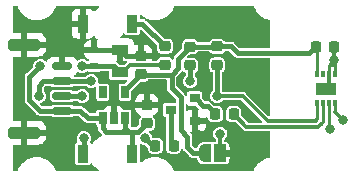
<source format=gbr>
G04 #@! TF.GenerationSoftware,KiCad,Pcbnew,(5.99.0-10394-g2e15de97e0)*
G04 #@! TF.CreationDate,2021-04-26T16:11:07+02:00*
G04 #@! TF.ProjectId,TFHT01A,54464854-3031-4412-9e6b-696361645f70,REV*
G04 #@! TF.SameCoordinates,PX78dfd90PY8290510*
G04 #@! TF.FileFunction,Copper,L2,Bot*
G04 #@! TF.FilePolarity,Positive*
%FSLAX46Y46*%
G04 Gerber Fmt 4.6, Leading zero omitted, Abs format (unit mm)*
G04 Created by KiCad (PCBNEW (5.99.0-10394-g2e15de97e0)) date 2021-04-26 16:11:07*
%MOMM*%
%LPD*%
G01*
G04 APERTURE LIST*
G04 Aperture macros list*
%AMRoundRect*
0 Rectangle with rounded corners*
0 $1 Rounding radius*
0 $2 $3 $4 $5 $6 $7 $8 $9 X,Y pos of 4 corners*
0 Add a 4 corners polygon primitive as box body*
4,1,4,$2,$3,$4,$5,$6,$7,$8,$9,$2,$3,0*
0 Add four circle primitives for the rounded corners*
1,1,$1+$1,$2,$3*
1,1,$1+$1,$4,$5*
1,1,$1+$1,$6,$7*
1,1,$1+$1,$8,$9*
0 Add four rect primitives between the rounded corners*
20,1,$1+$1,$2,$3,$4,$5,0*
20,1,$1+$1,$4,$5,$6,$7,0*
20,1,$1+$1,$6,$7,$8,$9,0*
20,1,$1+$1,$8,$9,$2,$3,0*%
%AMFreePoly0*
4,1,22,0.550000,-0.750000,0.000000,-0.750000,0.000000,-0.745033,-0.079941,-0.743568,-0.215256,-0.701293,-0.333266,-0.622738,-0.424486,-0.514219,-0.481581,-0.384460,-0.499164,-0.250000,-0.500000,-0.250000,-0.500000,0.250000,-0.499164,0.250000,-0.499963,0.256109,-0.478152,0.396186,-0.417904,0.524511,-0.324060,0.630769,-0.204165,0.706417,-0.067858,0.745374,0.000000,0.744959,0.000000,0.750000,
0.550000,0.750000,0.550000,-0.750000,0.550000,-0.750000,$1*%
%AMFreePoly1*
4,1,20,0.000000,0.744959,0.073905,0.744508,0.209726,0.703889,0.328688,0.626782,0.421226,0.519385,0.479903,0.390333,0.500000,0.250000,0.500000,-0.250000,0.499851,-0.262216,0.476331,-0.402017,0.414519,-0.529596,0.319384,-0.634700,0.198574,-0.708877,0.061801,-0.746166,0.000000,-0.745033,0.000000,-0.750000,-0.550000,-0.750000,-0.550000,0.750000,0.000000,0.750000,0.000000,0.744959,
0.000000,0.744959,$1*%
G04 Aperture macros list end*
G04 #@! TA.AperFunction,SMDPad,CuDef*
%ADD10FreePoly0,180.000000*%
G04 #@! TD*
G04 #@! TA.AperFunction,SMDPad,CuDef*
%ADD11R,1.000000X1.500000*%
G04 #@! TD*
G04 #@! TA.AperFunction,SMDPad,CuDef*
%ADD12FreePoly1,180.000000*%
G04 #@! TD*
G04 #@! TA.AperFunction,SMDPad,CuDef*
%ADD13R,0.950000X1.500000*%
G04 #@! TD*
G04 #@! TA.AperFunction,SMDPad,CuDef*
%ADD14RoundRect,0.218750X0.256250X-0.218750X0.256250X0.218750X-0.256250X0.218750X-0.256250X-0.218750X0*%
G04 #@! TD*
G04 #@! TA.AperFunction,SMDPad,CuDef*
%ADD15R,0.700000X0.600000*%
G04 #@! TD*
G04 #@! TA.AperFunction,SMDPad,CuDef*
%ADD16RoundRect,0.150000X0.700000X-0.150000X0.700000X0.150000X-0.700000X0.150000X-0.700000X-0.150000X0*%
G04 #@! TD*
G04 #@! TA.AperFunction,SMDPad,CuDef*
%ADD17RoundRect,0.250000X1.100000X-0.250000X1.100000X0.250000X-1.100000X0.250000X-1.100000X-0.250000X0*%
G04 #@! TD*
G04 #@! TA.AperFunction,SMDPad,CuDef*
%ADD18RoundRect,0.218750X0.218750X0.256250X-0.218750X0.256250X-0.218750X-0.256250X0.218750X-0.256250X0*%
G04 #@! TD*
G04 #@! TA.AperFunction,SMDPad,CuDef*
%ADD19R,0.300000X0.600000*%
G04 #@! TD*
G04 #@! TA.AperFunction,SMDPad,CuDef*
%ADD20R,1.700000X1.000000*%
G04 #@! TD*
G04 #@! TA.AperFunction,SMDPad,CuDef*
%ADD21RoundRect,0.218750X-0.218750X-0.256250X0.218750X-0.256250X0.218750X0.256250X-0.218750X0.256250X0*%
G04 #@! TD*
G04 #@! TA.AperFunction,SMDPad,CuDef*
%ADD22R,0.900000X0.800000*%
G04 #@! TD*
G04 #@! TA.AperFunction,SMDPad,CuDef*
%ADD23R,1.397000X0.889000*%
G04 #@! TD*
G04 #@! TA.AperFunction,SMDPad,CuDef*
%ADD24R,0.650000X1.060000*%
G04 #@! TD*
G04 #@! TA.AperFunction,SMDPad,CuDef*
%ADD25RoundRect,0.218750X-0.256250X0.218750X-0.256250X-0.218750X0.256250X-0.218750X0.256250X0.218750X0*%
G04 #@! TD*
G04 #@! TA.AperFunction,ViaPad*
%ADD26C,0.800000*%
G04 #@! TD*
G04 #@! TA.AperFunction,Conductor*
%ADD27C,0.300000*%
G04 #@! TD*
G04 #@! TA.AperFunction,Conductor*
%ADD28C,0.250000*%
G04 #@! TD*
G04 #@! TA.AperFunction,Conductor*
%ADD29C,0.400000*%
G04 #@! TD*
G04 APERTURE END LIST*
G04 #@! TO.C,JP1*
G36*
X-107812000Y138638000D02*
G01*
X-108312000Y138638000D01*
X-108312000Y139238000D01*
X-107812000Y139238000D01*
X-107812000Y138638000D01*
G37*
G04 #@! TD*
D10*
G04 #@! TO.P,JP1,1,A*
G04 #@! TO.N,GND*
X-107412000Y138938000D03*
D11*
G04 #@! TO.P,JP1,2,C*
G04 #@! TO.N,Net-(JP1-Pad2)*
X-108712000Y138938000D03*
D12*
G04 #@! TO.P,JP1,3,B*
G04 #@! TO.N,+3V3*
X-110012000Y138938000D03*
G04 #@! TD*
D13*
G04 #@! TO.P,D2,1,K*
G04 #@! TO.N,GND*
X-120321000Y149906000D03*
G04 #@! TO.P,D2,2,A*
G04 #@! TO.N,Net-(D2-Pad2)*
X-116171000Y149906000D03*
G04 #@! TD*
D14*
G04 #@! TO.P,C4,1*
G04 #@! TO.N,+5V*
X-114935000Y141478000D03*
G04 #@! TO.P,C4,2*
G04 #@! TO.N,GND*
X-114935000Y143053000D03*
G04 #@! TD*
D15*
G04 #@! TO.P,D1,1,K*
G04 #@! TO.N,+5V*
X-119380000Y146301000D03*
G04 #@! TO.P,D1,2,A*
G04 #@! TO.N,GND*
X-119380000Y147701000D03*
G04 #@! TD*
D13*
G04 #@! TO.P,D3,1,K*
G04 #@! TO.N,Net-(D3-Pad1)*
X-120321000Y138906000D03*
G04 #@! TO.P,D3,2,A*
G04 #@! TO.N,+5V*
X-116171000Y138906000D03*
G04 #@! TD*
D16*
G04 #@! TO.P,J1,1*
G04 #@! TO.N,+5V*
X-122096000Y142531000D03*
G04 #@! TO.P,J1,2*
G04 #@! TO.N,/SCL*
X-122096000Y143781000D03*
G04 #@! TO.P,J1,3*
G04 #@! TO.N,/SDA*
X-122096000Y145031000D03*
G04 #@! TO.P,J1,4*
G04 #@! TO.N,GND*
X-122096000Y146281000D03*
D17*
G04 #@! TO.P,J1,MP*
X-125296000Y140681000D03*
X-125296000Y148131000D03*
G04 #@! TD*
D18*
G04 #@! TO.P,R2,1*
G04 #@! TO.N,/ALERT*
X-107569000Y142240000D03*
G04 #@! TO.P,R2,2*
G04 #@! TO.N,Net-(Q1-Pad1)*
X-109144000Y142240000D03*
G04 #@! TD*
D19*
G04 #@! TO.P,U1,1,SDA*
G04 #@! TO.N,/SDA*
X-98996000Y143206000D03*
G04 #@! TO.P,U1,2,ADDR*
G04 #@! TO.N,Net-(JP1-Pad2)*
X-99496000Y143206000D03*
G04 #@! TO.P,U1,3,ALERT*
G04 #@! TO.N,/ALERT*
X-99996000Y143206000D03*
G04 #@! TO.P,U1,4,SCL*
G04 #@! TO.N,/SCL*
X-100496000Y143206000D03*
G04 #@! TO.P,U1,5,VDD*
G04 #@! TO.N,+3V3*
X-100496000Y145606000D03*
G04 #@! TO.P,U1,6,nRESET*
G04 #@! TO.N,unconnected-(U1-Pad6)*
X-99996000Y145606000D03*
G04 #@! TO.P,U1,7,GND*
G04 #@! TO.N,GND*
X-99496000Y145606000D03*
G04 #@! TO.P,U1,8,GND*
X-98996000Y145606000D03*
D20*
G04 #@! TO.P,U1,9,GND*
X-99746000Y144406000D03*
G04 #@! TD*
D21*
G04 #@! TO.P,C5,1*
G04 #@! TO.N,+3V3*
X-100635000Y147955000D03*
G04 #@! TO.P,C5,2*
G04 #@! TO.N,GND*
X-99060000Y147955000D03*
G04 #@! TD*
G04 #@! TO.P,R4,1*
G04 #@! TO.N,Net-(D3-Pad1)*
X-114224000Y139573000D03*
G04 #@! TO.P,R4,2*
G04 #@! TO.N,Net-(Q1-Pad3)*
X-112649000Y139573000D03*
G04 #@! TD*
D14*
G04 #@! TO.P,C1,1*
G04 #@! TO.N,+3V3*
X-115443000Y145618000D03*
G04 #@! TO.P,C1,2*
G04 #@! TO.N,GND*
X-115443000Y147193000D03*
G04 #@! TD*
D22*
G04 #@! TO.P,Q1,1,B*
G04 #@! TO.N,Net-(Q1-Pad1)*
X-110887000Y143571000D03*
G04 #@! TO.P,Q1,2,E*
G04 #@! TO.N,GND*
X-110887000Y141671000D03*
G04 #@! TO.P,Q1,3,C*
G04 #@! TO.N,Net-(Q1-Pad3)*
X-112887000Y142621000D03*
G04 #@! TD*
D23*
G04 #@! TO.P,C3,1*
G04 #@! TO.N,+5V*
X-117221000Y145796000D03*
G04 #@! TO.P,C3,2*
G04 #@! TO.N,GND*
X-117221000Y147701000D03*
G04 #@! TD*
D24*
G04 #@! TO.P,U3,1,VIN*
G04 #@! TO.N,+5V*
X-116779000Y141902000D03*
G04 #@! TO.P,U3,2,GND*
G04 #@! TO.N,GND*
X-117729000Y141902000D03*
G04 #@! TO.P,U3,3,EN*
G04 #@! TO.N,+5V*
X-118679000Y141902000D03*
G04 #@! TO.P,U3,4,NC*
G04 #@! TO.N,unconnected-(U3-Pad4)*
X-118679000Y144102000D03*
G04 #@! TO.P,U3,5,VOUT*
G04 #@! TO.N,+3V3*
X-116779000Y144102000D03*
G04 #@! TD*
D25*
G04 #@! TO.P,R3,1*
G04 #@! TO.N,+3V3*
X-108966000Y147980500D03*
G04 #@! TO.P,R3,2*
G04 #@! TO.N,/SCL*
X-108966000Y146405500D03*
G04 #@! TD*
G04 #@! TO.P,R10,1*
G04 #@! TO.N,+3V3*
X-111252000Y147955000D03*
G04 #@! TO.P,R10,2*
G04 #@! TO.N,/SDA*
X-111252000Y146380000D03*
G04 #@! TD*
D14*
G04 #@! TO.P,R1,1*
G04 #@! TO.N,+5V*
X-113411000Y146431000D03*
G04 #@! TO.P,R1,2*
G04 #@! TO.N,Net-(D2-Pad2)*
X-113411000Y148006000D03*
G04 #@! TD*
D26*
G04 #@! TO.N,GND*
X-122555000Y141224000D03*
X-125603000Y149733000D03*
X-107315000Y150876000D03*
X-113792000Y141351000D03*
X-99060000Y146812000D03*
X-107442000Y146431000D03*
X-106426000Y149606000D03*
X-109728000Y149606000D03*
X-110490000Y140462000D03*
X-122809000Y148971000D03*
X-124587000Y149733000D03*
X-123571000Y149733000D03*
X-107823000Y149606000D03*
X-125603000Y142367000D03*
X-125603000Y139192000D03*
X-111379000Y138176000D03*
X-111633000Y149606000D03*
X-111633000Y150876000D03*
X-125095000Y146685000D03*
X-108712000Y150876000D03*
X-123317000Y139192000D03*
X-110109000Y150876000D03*
X-122555000Y140081000D03*
X-125730000Y145796000D03*
X-124460000Y139192000D03*
X-105156000Y149606000D03*
X-121666000Y147574000D03*
X-110109000Y146431000D03*
X-125730000Y144653000D03*
X-105029000Y146431000D03*
X-105283000Y139192000D03*
X-106172000Y146431000D03*
X-125730000Y143510000D03*
X-122682000Y147574000D03*
G04 #@! TO.N,Net-(D3-Pad1)*
X-120269000Y140208000D03*
X-115062000Y140208000D03*
G04 #@! TO.N,+5V*
X-123952000Y146304000D03*
X-120396000Y146304000D03*
G04 #@! TO.N,/SDA*
X-124079000Y143764000D03*
X-119634000Y145034000D03*
X-111252000Y145034000D03*
X-98298000Y141732000D03*
G04 #@! TO.N,/SCL*
X-120396000Y143764000D03*
X-108966000Y143764000D03*
G04 #@! TO.N,Net-(JP1-Pad2)*
X-99441000Y140970000D03*
X-108712000Y140589000D03*
G04 #@! TD*
D27*
G04 #@! TO.N,GND*
X-99496000Y144656000D02*
X-99746000Y144406000D01*
D28*
X-98996000Y146367000D02*
X-99487000Y146367000D01*
D29*
X-116713000Y147193000D02*
X-117221000Y147701000D01*
D27*
X-107823000Y149606000D02*
X-109728000Y149606000D01*
X-107061000Y148844000D02*
X-107823000Y149606000D01*
X-105156000Y149606000D02*
X-106426000Y149606000D01*
D29*
X-119380000Y147701000D02*
X-117221000Y147701000D01*
D27*
X-98996000Y147891000D02*
X-99060000Y147955000D01*
X-106299000Y148844000D02*
X-107061000Y148844000D01*
D29*
X-115443000Y147193000D02*
X-116713000Y147193000D01*
X-122119000Y146304000D02*
X-122096000Y146281000D01*
D28*
X-99496000Y146376000D02*
X-99060000Y146812000D01*
D27*
X-99060000Y147955000D02*
X-99060000Y148082000D01*
X-109728000Y149606000D02*
X-111633000Y149606000D01*
X-98996000Y146367000D02*
X-98996000Y146748000D01*
X-99496000Y145606000D02*
X-99496000Y144656000D01*
D28*
X-99496000Y145606000D02*
X-99496000Y146376000D01*
D27*
X-98996000Y146748000D02*
X-99060000Y146812000D01*
X-106426000Y149606000D02*
X-107823000Y149606000D01*
X-99060000Y147955000D02*
X-99060000Y146812000D01*
D28*
X-99487000Y146367000D02*
X-99496000Y146376000D01*
D27*
X-106172000Y148971000D02*
X-106299000Y148844000D01*
D28*
X-98996000Y145606000D02*
X-98996000Y146367000D01*
D29*
G04 #@! TO.N,Net-(D2-Pad2)*
X-116171000Y149906000D02*
X-115311000Y149906000D01*
X-115311000Y149906000D02*
X-113411000Y148006000D01*
G04 #@! TO.N,Net-(D3-Pad1)*
X-114224000Y139573000D02*
X-114427000Y139573000D01*
X-120269000Y140208000D02*
X-120269000Y138958000D01*
X-114427000Y139573000D02*
X-115062000Y140208000D01*
X-120269000Y138958000D02*
X-120321000Y138906000D01*
D27*
G04 #@! TO.N,+3V3*
X-100496000Y147816000D02*
X-100635000Y147955000D01*
D29*
X-101168400Y147421600D02*
X-100635000Y147955000D01*
X-108991500Y147955000D02*
X-108966000Y147980500D01*
X-112827980Y145593980D02*
X-112268000Y146153960D01*
X-111506000Y140335000D02*
X-111506000Y139446000D01*
X-107797700Y147980500D02*
X-107238800Y147421600D01*
D28*
X-100496000Y145606000D02*
X-100496000Y147816000D01*
D29*
X-107238800Y147421600D02*
X-101168400Y147421600D01*
X-112827980Y144450980D02*
X-112037489Y143660489D01*
X-112037489Y140866489D02*
X-111506000Y140335000D01*
X-111252000Y147955000D02*
X-108991500Y147955000D01*
X-115443000Y145618000D02*
X-115418980Y145593980D01*
X-112268000Y146153960D02*
X-112268000Y146939000D01*
X-116779000Y144102000D02*
X-116779000Y144282000D01*
X-112827980Y145593980D02*
X-112827980Y144450980D01*
X-112268000Y146939000D02*
X-111252000Y147955000D01*
X-108966000Y147980500D02*
X-107797700Y147980500D01*
X-110998000Y138938000D02*
X-110012000Y138938000D01*
X-112037489Y143660489D02*
X-112037489Y140866489D01*
X-115418980Y145593980D02*
X-112827980Y145593980D01*
X-111506000Y139446000D02*
X-110998000Y138938000D01*
X-116779000Y144282000D02*
X-115443000Y145618000D01*
G04 #@! TO.N,+5V*
X-119380000Y146301000D02*
X-117726000Y146301000D01*
X-124878511Y145377489D02*
X-123952000Y146304000D01*
D27*
X-117221000Y145796000D02*
X-116967000Y145796000D01*
D29*
X-119383000Y146304000D02*
X-119380000Y146301000D01*
D27*
X-113411000Y146431000D02*
X-113436020Y146405980D01*
D29*
X-117035000Y140716000D02*
X-116459000Y140716000D01*
X-118679000Y141902000D02*
X-118679000Y141031000D01*
X-117035000Y140716000D02*
X-116779000Y140972000D01*
X-118364000Y140716000D02*
X-117035000Y140716000D01*
X-122096000Y142531000D02*
X-120560000Y142531000D01*
D27*
X-113436020Y146405980D02*
X-116357020Y146405980D01*
D29*
X-116078000Y140716000D02*
X-115697000Y140716000D01*
X-120560000Y142531000D02*
X-119931000Y141902000D01*
X-118679000Y141031000D02*
X-118364000Y140716000D01*
X-117726000Y146301000D02*
X-117221000Y145796000D01*
X-116459000Y140716000D02*
X-116078000Y140716000D01*
X-122096000Y142531000D02*
X-123989000Y142531000D01*
X-120396000Y146304000D02*
X-119383000Y146304000D01*
X-116779000Y141163000D02*
X-116779000Y141036000D01*
D27*
X-116967000Y145796000D02*
X-116357020Y146405980D01*
D29*
X-116171000Y140623000D02*
X-116078000Y140716000D01*
X-123989000Y142531000D02*
X-124878511Y143420511D01*
X-116779000Y140972000D02*
X-116779000Y141163000D01*
X-116779000Y141036000D02*
X-116459000Y140716000D01*
X-116171000Y138906000D02*
X-116171000Y140623000D01*
X-116779000Y141163000D02*
X-116779000Y141902000D01*
X-114935000Y141478000D02*
X-115697000Y140716000D01*
X-119931000Y141902000D02*
X-118679000Y141902000D01*
X-124878511Y143420511D02*
X-124878511Y145377489D01*
D27*
G04 #@! TO.N,/SDA*
X-98996000Y142454805D02*
X-98298000Y141756805D01*
D29*
X-123701000Y145031000D02*
X-122096000Y145031000D01*
X-124079000Y144653000D02*
X-123701000Y145031000D01*
D28*
X-98996000Y143206000D02*
X-98996000Y142454805D01*
D29*
X-111252000Y146380000D02*
X-111252000Y145034000D01*
X-119637000Y145031000D02*
X-122096000Y145031000D01*
X-119634000Y145034000D02*
X-119637000Y145031000D01*
D27*
X-98298000Y141756805D02*
X-98298000Y141732000D01*
D29*
X-124079000Y143764000D02*
X-124079000Y144653000D01*
G04 #@! TO.N,/SCL*
X-120396000Y143764000D02*
X-120413000Y143781000D01*
D27*
X-100496000Y141820000D02*
X-100634800Y141681200D01*
D29*
X-108966000Y146405500D02*
X-108966000Y143764000D01*
D27*
X-106781600Y143764000D02*
X-108966000Y143764000D01*
D28*
X-100496000Y143206000D02*
X-100496000Y141820000D01*
D27*
X-100634800Y141681200D02*
X-104698800Y141681200D01*
D29*
X-120413000Y143781000D02*
X-122096000Y143781000D01*
D27*
X-104698800Y141681200D02*
X-106781600Y143764000D01*
D29*
G04 #@! TO.N,Net-(Q1-Pad1)*
X-110805000Y143571000D02*
X-110172500Y142938500D01*
X-109144000Y142240000D02*
X-109144000Y142291000D01*
X-109791500Y142938500D02*
X-110172500Y142938500D01*
X-110887000Y143571000D02*
X-110805000Y143571000D01*
X-109144000Y142291000D02*
X-109791500Y142938500D01*
D27*
G04 #@! TO.N,Net-(JP1-Pad2)*
X-99496000Y141025000D02*
X-99441000Y140970000D01*
X-108712000Y138938000D02*
X-108712000Y140589000D01*
D28*
X-99496000Y143206000D02*
X-99496000Y141025000D01*
D29*
G04 #@! TO.N,Net-(Q1-Pad3)*
X-112887000Y142621000D02*
X-112887000Y139811000D01*
X-112887000Y139811000D02*
X-112649000Y139573000D01*
D28*
G04 #@! TO.N,/ALERT*
X-99996000Y141939000D02*
X-99996000Y141832216D01*
X-100021481Y141623447D02*
X-100197664Y141447264D01*
D27*
X-100471728Y141173200D02*
X-106502200Y141173200D01*
D28*
X-99996000Y141648928D02*
X-100197664Y141447264D01*
D27*
X-100197664Y141447264D02*
X-100471728Y141173200D01*
D29*
X-107569000Y142113000D02*
X-107569000Y142240000D01*
D28*
X-99996000Y143206000D02*
X-99996000Y141939000D01*
X-99996000Y143206000D02*
X-99996000Y141648928D01*
D27*
X-106502200Y141173200D02*
X-107569000Y142240000D01*
D28*
X-99996000Y141685000D02*
X-99996000Y141939000D01*
G04 #@! TD*
G04 #@! TA.AperFunction,Conductor*
G04 #@! TO.N,GND*
G36*
X-107946678Y147562687D02*
G01*
X-107941918Y147558326D01*
X-107566884Y147183292D01*
X-107566863Y147183268D01*
X-107566856Y147183253D01*
X-107477147Y147093544D01*
X-107471961Y147090902D01*
X-107471956Y147090898D01*
X-107453902Y147081699D01*
X-107444001Y147075632D01*
X-107427607Y147063721D01*
X-107427602Y147063719D01*
X-107422893Y147060297D01*
X-107417356Y147058498D01*
X-107417354Y147058497D01*
X-107398080Y147052235D01*
X-107387352Y147047791D01*
X-107369300Y147038593D01*
X-107369297Y147038592D01*
X-107364106Y147035947D01*
X-107344560Y147032851D01*
X-107338337Y147031865D01*
X-107327050Y147029155D01*
X-107307772Y147022892D01*
X-107307770Y147022892D01*
X-107302234Y147021093D01*
X-107175366Y147021093D01*
X-107175351Y147021098D01*
X-107175321Y147021100D01*
X-104595000Y147021100D01*
X-104547434Y147003787D01*
X-104522124Y146959950D01*
X-104521000Y146947100D01*
X-104521000Y142177734D01*
X-104538313Y142130168D01*
X-104582150Y142104858D01*
X-104632000Y142113648D01*
X-104647326Y142125408D01*
X-106501224Y143979306D01*
X-106511065Y143991491D01*
X-106518661Y144003256D01*
X-106546006Y144024813D01*
X-106552519Y144030601D01*
X-106555000Y144033082D01*
X-106557478Y144034853D01*
X-106557483Y144034857D01*
X-106569584Y144043504D01*
X-106572374Y144045599D01*
X-106585185Y144055699D01*
X-106599203Y144066750D01*
X-106605533Y144071740D01*
X-106605534Y144071740D01*
X-106610337Y144075527D01*
X-106616106Y144077553D01*
X-106617159Y144078132D01*
X-106617854Y144078569D01*
X-106618390Y144078848D01*
X-106619138Y144079161D01*
X-106620229Y144079695D01*
X-106625202Y144083249D01*
X-106631059Y144085001D01*
X-106631060Y144085001D01*
X-106671538Y144097106D01*
X-106674855Y144098184D01*
X-106716090Y144112665D01*
X-106716092Y144112666D01*
X-106720479Y144114206D01*
X-106723873Y144114500D01*
X-106725469Y144114500D01*
X-106725772Y144114513D01*
X-106731314Y144114982D01*
X-106737044Y144116696D01*
X-106743154Y144116456D01*
X-106791498Y144114557D01*
X-106794403Y144114500D01*
X-108441770Y144114500D01*
X-108489336Y144131813D01*
X-108500478Y144143452D01*
X-108534892Y144188302D01*
X-108537847Y144192153D01*
X-108541698Y144195108D01*
X-108543826Y144197236D01*
X-108565218Y144243112D01*
X-108565500Y144249562D01*
X-108565500Y145744617D01*
X-108548187Y145792183D01*
X-108525096Y145810551D01*
X-108495020Y145825876D01*
X-108460382Y145843525D01*
X-108366525Y145937382D01*
X-108363881Y145942572D01*
X-108363879Y145942574D01*
X-108308910Y146050457D01*
X-108306264Y146055650D01*
X-108305353Y146061402D01*
X-108305352Y146061405D01*
X-108290955Y146152308D01*
X-108290500Y146155181D01*
X-108290500Y146655819D01*
X-108294702Y146682350D01*
X-108305352Y146749595D01*
X-108305353Y146749598D01*
X-108306264Y146755350D01*
X-108316369Y146775183D01*
X-108363879Y146868426D01*
X-108363881Y146868428D01*
X-108366525Y146873618D01*
X-108460382Y146967475D01*
X-108465572Y146970119D01*
X-108465574Y146970121D01*
X-108573457Y147025090D01*
X-108578650Y147027736D01*
X-108584402Y147028647D01*
X-108584405Y147028648D01*
X-108675308Y147043045D01*
X-108678181Y147043500D01*
X-109253819Y147043500D01*
X-109256692Y147043045D01*
X-109347595Y147028648D01*
X-109347598Y147028647D01*
X-109353350Y147027736D01*
X-109358543Y147025090D01*
X-109466426Y146970121D01*
X-109466428Y146970119D01*
X-109471618Y146967475D01*
X-109565475Y146873618D01*
X-109568119Y146868428D01*
X-109568121Y146868426D01*
X-109615631Y146775183D01*
X-109625736Y146755350D01*
X-109626647Y146749598D01*
X-109626648Y146749595D01*
X-109637298Y146682350D01*
X-109641500Y146655819D01*
X-109641500Y146155181D01*
X-109641045Y146152308D01*
X-109626648Y146061405D01*
X-109626647Y146061402D01*
X-109625736Y146055650D01*
X-109623090Y146050457D01*
X-109568121Y145942574D01*
X-109568119Y145942572D01*
X-109565475Y145937382D01*
X-109471618Y145843525D01*
X-109436980Y145825876D01*
X-109406904Y145810551D01*
X-109372382Y145773531D01*
X-109366500Y145744617D01*
X-109366500Y144249562D01*
X-109383813Y144201996D01*
X-109388174Y144197236D01*
X-109390302Y144195108D01*
X-109394153Y144192153D01*
X-109397108Y144188302D01*
X-109487426Y144070598D01*
X-109487428Y144070594D01*
X-109490378Y144066750D01*
X-109550868Y143920715D01*
X-109551500Y143915913D01*
X-109551501Y143915910D01*
X-109568631Y143785795D01*
X-109571500Y143764000D01*
X-109550868Y143607285D01*
X-109490378Y143461250D01*
X-109487428Y143457406D01*
X-109487426Y143457402D01*
X-109411337Y143358241D01*
X-109394153Y143335847D01*
X-109390302Y143332892D01*
X-109272598Y143242574D01*
X-109272594Y143242572D01*
X-109268750Y143239622D01*
X-109122715Y143179132D01*
X-109117913Y143178500D01*
X-109117910Y143178499D01*
X-108970808Y143159133D01*
X-108966000Y143158500D01*
X-108961192Y143159133D01*
X-108814090Y143178499D01*
X-108814087Y143178500D01*
X-108809285Y143179132D01*
X-108663250Y143239622D01*
X-108659406Y143242572D01*
X-108659402Y143242574D01*
X-108541698Y143332892D01*
X-108537847Y143335847D01*
X-108500477Y143384549D01*
X-108457787Y143411746D01*
X-108441770Y143413500D01*
X-106957434Y143413500D01*
X-106909868Y143396187D01*
X-106905108Y143391826D01*
X-105163308Y141650026D01*
X-105141916Y141604150D01*
X-105155017Y141555255D01*
X-105196481Y141526221D01*
X-105215634Y141523700D01*
X-106326366Y141523700D01*
X-106373932Y141541013D01*
X-106378692Y141545374D01*
X-106909326Y142076008D01*
X-106930718Y142121884D01*
X-106931000Y142128334D01*
X-106931000Y142527819D01*
X-106932926Y142539980D01*
X-106945852Y142621595D01*
X-106945853Y142621598D01*
X-106946764Y142627350D01*
X-106964352Y142661869D01*
X-107004379Y142740426D01*
X-107004381Y142740428D01*
X-107007025Y142745618D01*
X-107100882Y142839475D01*
X-107106072Y142842119D01*
X-107106074Y142842121D01*
X-107213957Y142897090D01*
X-107219150Y142899736D01*
X-107224902Y142900647D01*
X-107224905Y142900648D01*
X-107315808Y142915045D01*
X-107318681Y142915500D01*
X-107819319Y142915500D01*
X-107822192Y142915045D01*
X-107913095Y142900648D01*
X-107913098Y142900647D01*
X-107918850Y142899736D01*
X-107924043Y142897090D01*
X-108031926Y142842121D01*
X-108031928Y142842119D01*
X-108037118Y142839475D01*
X-108130975Y142745618D01*
X-108133619Y142740428D01*
X-108133621Y142740426D01*
X-108173648Y142661869D01*
X-108191236Y142627350D01*
X-108192147Y142621598D01*
X-108192148Y142621595D01*
X-108205074Y142539980D01*
X-108207000Y142527819D01*
X-108207000Y141952181D01*
X-108206545Y141949308D01*
X-108192148Y141858405D01*
X-108192147Y141858402D01*
X-108191236Y141852650D01*
X-108188590Y141847457D01*
X-108133621Y141739574D01*
X-108133619Y141739572D01*
X-108130975Y141734382D01*
X-108037118Y141640525D01*
X-108031928Y141637881D01*
X-108031926Y141637879D01*
X-107927012Y141584423D01*
X-107918850Y141580264D01*
X-107913098Y141579353D01*
X-107913095Y141579352D01*
X-107822192Y141564955D01*
X-107819319Y141564500D01*
X-107419834Y141564500D01*
X-107372268Y141547187D01*
X-107367508Y141542826D01*
X-106782576Y140957894D01*
X-106772737Y140945712D01*
X-106765139Y140933944D01*
X-106760339Y140930160D01*
X-106760338Y140930159D01*
X-106737794Y140912387D01*
X-106731281Y140906599D01*
X-106728800Y140904118D01*
X-106726322Y140902347D01*
X-106726317Y140902343D01*
X-106714216Y140893696D01*
X-106711433Y140891606D01*
X-106673463Y140861673D01*
X-106667694Y140859647D01*
X-106666641Y140859068D01*
X-106665946Y140858631D01*
X-106665410Y140858352D01*
X-106664662Y140858039D01*
X-106663571Y140857505D01*
X-106658598Y140853951D01*
X-106652741Y140852199D01*
X-106652740Y140852199D01*
X-106612262Y140840094D01*
X-106608945Y140839016D01*
X-106567710Y140824535D01*
X-106567708Y140824534D01*
X-106563321Y140822994D01*
X-106559927Y140822700D01*
X-106558331Y140822700D01*
X-106558028Y140822687D01*
X-106552486Y140822218D01*
X-106546756Y140820504D01*
X-106540646Y140820744D01*
X-106492302Y140822643D01*
X-106489397Y140822700D01*
X-104595000Y140822700D01*
X-104547434Y140805387D01*
X-104522124Y140761550D01*
X-104521000Y140748700D01*
X-104521000Y138646740D01*
X-104538313Y138599174D01*
X-104578291Y138574651D01*
X-104696058Y138547354D01*
X-104756014Y138533457D01*
X-104758625Y138532415D01*
X-104758626Y138532415D01*
X-104993708Y138438627D01*
X-104993714Y138438624D01*
X-104996316Y138437586D01*
X-104998735Y138436164D01*
X-104998739Y138436162D01*
X-105216927Y138307896D01*
X-105216931Y138307893D01*
X-105219352Y138306470D01*
X-105221531Y138304696D01*
X-105353747Y138197055D01*
X-105419989Y138143126D01*
X-105421876Y138141041D01*
X-105565375Y137982505D01*
X-105593609Y137951313D01*
X-105736219Y137735445D01*
X-105844534Y137500490D01*
X-105845309Y137497794D01*
X-105845313Y137497785D01*
X-105856316Y137459540D01*
X-105886105Y137418615D01*
X-105927431Y137406000D01*
X-112566804Y137406000D01*
X-112614370Y137423313D01*
X-112636877Y137456213D01*
X-112651907Y137500490D01*
X-112677244Y137575131D01*
X-112796508Y137804723D01*
X-112811656Y137825459D01*
X-112947471Y138011366D01*
X-112947472Y138011367D01*
X-112949128Y138013634D01*
X-113051463Y138116506D01*
X-113129609Y138195063D01*
X-113129612Y138195065D01*
X-113131591Y138197055D01*
X-113339700Y138350766D01*
X-113568664Y138471231D01*
X-113571320Y138472148D01*
X-113571322Y138472149D01*
X-113810557Y138554757D01*
X-113810559Y138554757D01*
X-113813216Y138555675D01*
X-113815977Y138556179D01*
X-113815980Y138556180D01*
X-113947064Y138580120D01*
X-114067727Y138602157D01*
X-114070089Y138602281D01*
X-114070091Y138602281D01*
X-114149634Y138606450D01*
X-114149648Y138606450D01*
X-114150595Y138606500D01*
X-114311729Y138606500D01*
X-114383223Y138601061D01*
X-114501181Y138592089D01*
X-114501187Y138592088D01*
X-114503975Y138591876D01*
X-114756014Y138533457D01*
X-114758625Y138532415D01*
X-114758626Y138532415D01*
X-114993708Y138438627D01*
X-114993714Y138438624D01*
X-114996316Y138437586D01*
X-114998735Y138436164D01*
X-114998739Y138436162D01*
X-115216927Y138307896D01*
X-115216931Y138307893D01*
X-115219352Y138306470D01*
X-115221531Y138304696D01*
X-115369780Y138184003D01*
X-115417598Y138167398D01*
X-115464902Y138185415D01*
X-115489558Y138229623D01*
X-115490500Y138241390D01*
X-115490500Y139630057D01*
X-115473187Y139677623D01*
X-115429350Y139702933D01*
X-115379500Y139694143D01*
X-115371459Y139688770D01*
X-115364750Y139683622D01*
X-115218715Y139623132D01*
X-115213913Y139622500D01*
X-115213910Y139622499D01*
X-115096561Y139607050D01*
X-115062000Y139602500D01*
X-115057192Y139603133D01*
X-115054177Y139603133D01*
X-115006611Y139585820D01*
X-115001851Y139581459D01*
X-114883674Y139463282D01*
X-114862282Y139417406D01*
X-114862000Y139410956D01*
X-114862000Y139285181D01*
X-114861545Y139282308D01*
X-114847148Y139191405D01*
X-114847147Y139191402D01*
X-114846236Y139185650D01*
X-114843590Y139180457D01*
X-114788621Y139072574D01*
X-114788619Y139072572D01*
X-114785975Y139067382D01*
X-114692118Y138973525D01*
X-114686928Y138970881D01*
X-114686926Y138970879D01*
X-114582012Y138917423D01*
X-114573850Y138913264D01*
X-114568098Y138912353D01*
X-114568095Y138912352D01*
X-114477192Y138897955D01*
X-114474319Y138897500D01*
X-113973681Y138897500D01*
X-113970808Y138897955D01*
X-113879905Y138912352D01*
X-113879902Y138912353D01*
X-113874150Y138913264D01*
X-113865988Y138917423D01*
X-113761074Y138970879D01*
X-113761072Y138970881D01*
X-113755882Y138973525D01*
X-113662025Y139067382D01*
X-113659381Y139072572D01*
X-113659379Y139072574D01*
X-113604410Y139180457D01*
X-113601764Y139185650D01*
X-113600853Y139191402D01*
X-113600852Y139191405D01*
X-113586455Y139282308D01*
X-113586000Y139285181D01*
X-113586000Y139860819D01*
X-113587610Y139870985D01*
X-113600852Y139954595D01*
X-113600853Y139954598D01*
X-113601764Y139960350D01*
X-113622263Y140000582D01*
X-113659379Y140073426D01*
X-113659381Y140073428D01*
X-113662025Y140078618D01*
X-113755882Y140172475D01*
X-113761072Y140175119D01*
X-113761074Y140175121D01*
X-113868957Y140230090D01*
X-113874150Y140232736D01*
X-113879902Y140233647D01*
X-113879905Y140233648D01*
X-113970808Y140248045D01*
X-113973681Y140248500D01*
X-114396936Y140248500D01*
X-114444502Y140265813D01*
X-114470303Y140312842D01*
X-114476499Y140359909D01*
X-114476500Y140359911D01*
X-114477132Y140364715D01*
X-114537622Y140510750D01*
X-114540572Y140514594D01*
X-114540574Y140514598D01*
X-114630892Y140632302D01*
X-114633847Y140636153D01*
X-114638681Y140639862D01*
X-114726557Y140707292D01*
X-114753755Y140749984D01*
X-114747148Y140800169D01*
X-114709828Y140834367D01*
X-114681509Y140840000D01*
X-114647181Y140840000D01*
X-114644308Y140840455D01*
X-114553405Y140854852D01*
X-114553402Y140854853D01*
X-114547650Y140855764D01*
X-114485814Y140887271D01*
X-114434574Y140913379D01*
X-114434572Y140913381D01*
X-114429382Y140916025D01*
X-114335525Y141009882D01*
X-114332881Y141015072D01*
X-114332879Y141015074D01*
X-114277910Y141122957D01*
X-114275264Y141128150D01*
X-114274353Y141133902D01*
X-114274352Y141133905D01*
X-114259955Y141224808D01*
X-114259500Y141227681D01*
X-114259500Y141728319D01*
X-114264993Y141763000D01*
X-114274352Y141822095D01*
X-114274353Y141822098D01*
X-114275264Y141827850D01*
X-114322449Y141920456D01*
X-114332879Y141940926D01*
X-114332881Y141940928D01*
X-114335525Y141946118D01*
X-114429020Y142039613D01*
X-114450412Y142085489D01*
X-114437311Y142134384D01*
X-114401944Y142161498D01*
X-114355146Y142178485D01*
X-114347503Y142182313D01*
X-114212966Y142270519D01*
X-114206410Y142276001D01*
X-114095771Y142392794D01*
X-114090658Y142399628D01*
X-114009849Y142538750D01*
X-114006445Y142546578D01*
X-113959667Y142701030D01*
X-113958227Y142708455D01*
X-113952147Y142776579D01*
X-113952000Y142779881D01*
X-113952000Y142785952D01*
X-113955638Y142795948D01*
X-113960925Y142799000D01*
X-115904952Y142799000D01*
X-115914948Y142795362D01*
X-115917819Y142790389D01*
X-115917752Y142789234D01*
X-115903872Y142670182D01*
X-115901907Y142661869D01*
X-115847016Y142510648D01*
X-115843187Y142503003D01*
X-115754981Y142368466D01*
X-115749499Y142361910D01*
X-115632706Y142251271D01*
X-115625872Y142246158D01*
X-115486750Y142165349D01*
X-115478922Y142161945D01*
X-115474129Y142160494D01*
X-115433621Y142130139D01*
X-115422103Y142080848D01*
X-115443249Y142037344D01*
X-115534475Y141946118D01*
X-115537119Y141940928D01*
X-115537121Y141940926D01*
X-115547551Y141920456D01*
X-115594736Y141827850D01*
X-115595647Y141822098D01*
X-115595648Y141822095D01*
X-115605007Y141763000D01*
X-115610500Y141728319D01*
X-115610500Y141399544D01*
X-115627813Y141351978D01*
X-115632174Y141347218D01*
X-115841218Y141138174D01*
X-115887094Y141116782D01*
X-115893544Y141116500D01*
X-116014515Y141116500D01*
X-116014549Y141116503D01*
X-116014566Y141116508D01*
X-116141434Y141116508D01*
X-116141451Y141116503D01*
X-116141485Y141116500D01*
X-116243872Y141116500D01*
X-116291438Y141133813D01*
X-116316748Y141177650D01*
X-116305401Y141231612D01*
X-116268191Y141287301D01*
X-116264143Y141293359D01*
X-116253429Y141347218D01*
X-116249210Y141368430D01*
X-116249210Y141368431D01*
X-116248500Y141372000D01*
X-116248500Y142432000D01*
X-116262427Y142502014D01*
X-116262721Y142503494D01*
X-116262722Y142503496D01*
X-116264143Y142510641D01*
X-116292344Y142552847D01*
X-116304640Y142571249D01*
X-116308690Y142577310D01*
X-116318558Y142583904D01*
X-116358278Y142610444D01*
X-116375359Y142621857D01*
X-116382504Y142623278D01*
X-116382506Y142623279D01*
X-116450430Y142636790D01*
X-116450431Y142636790D01*
X-116454000Y142637500D01*
X-116892062Y142637500D01*
X-116939628Y142654813D01*
X-116954315Y142671493D01*
X-117013439Y142763492D01*
X-117020300Y142771410D01*
X-117122654Y142860099D01*
X-117131461Y142865760D01*
X-117254656Y142922021D01*
X-117264712Y142924973D01*
X-117401380Y142944623D01*
X-117406649Y142945000D01*
X-117461952Y142945000D01*
X-117471948Y142941362D01*
X-117475000Y142936075D01*
X-117475000Y141722000D01*
X-117492313Y141674434D01*
X-117536150Y141649124D01*
X-117549000Y141648000D01*
X-117909000Y141648000D01*
X-117956566Y141665313D01*
X-117981876Y141709150D01*
X-117983000Y141722000D01*
X-117983000Y142931952D01*
X-117986638Y142941948D01*
X-117991925Y142945000D01*
X-118052665Y142945000D01*
X-118055338Y142944904D01*
X-118123049Y142940061D01*
X-118130816Y142938660D01*
X-118262024Y142900134D01*
X-118271564Y142895778D01*
X-118385492Y142822561D01*
X-118393410Y142815700D01*
X-118482097Y142713349D01*
X-118487762Y142704534D01*
X-118498619Y142680760D01*
X-118534127Y142644684D01*
X-118565932Y142637500D01*
X-119004000Y142637500D01*
X-119007569Y142636790D01*
X-119007570Y142636790D01*
X-119075494Y142623279D01*
X-119075496Y142623278D01*
X-119082641Y142621857D01*
X-119099722Y142610444D01*
X-119139441Y142583904D01*
X-119149310Y142577310D01*
X-119153360Y142571249D01*
X-119165656Y142552847D01*
X-119193857Y142510641D01*
X-119195278Y142503496D01*
X-119195279Y142503494D01*
X-119195573Y142502014D01*
X-119209500Y142432000D01*
X-119209500Y142376500D01*
X-119226813Y142328934D01*
X-119270650Y142303624D01*
X-119283500Y142302500D01*
X-119734455Y142302500D01*
X-119782021Y142319813D01*
X-119786781Y142324174D01*
X-120231916Y142769308D01*
X-120231937Y142769332D01*
X-120231944Y142769347D01*
X-120321653Y142859056D01*
X-120326839Y142861698D01*
X-120326844Y142861702D01*
X-120344898Y142870901D01*
X-120354799Y142876968D01*
X-120371193Y142888879D01*
X-120371198Y142888881D01*
X-120375907Y142892303D01*
X-120381444Y142894102D01*
X-120381446Y142894103D01*
X-120400720Y142900365D01*
X-120411448Y142904809D01*
X-120429500Y142914007D01*
X-120429503Y142914008D01*
X-120434694Y142916653D01*
X-120454240Y142919749D01*
X-120460463Y142920735D01*
X-120471750Y142923445D01*
X-120491028Y142929708D01*
X-120491030Y142929708D01*
X-120496566Y142931507D01*
X-120623434Y142931507D01*
X-120623449Y142931502D01*
X-120623479Y142931500D01*
X-121121416Y142931500D01*
X-121171648Y142951161D01*
X-121173825Y142953174D01*
X-121200822Y142978130D01*
X-121260842Y143004664D01*
X-121302666Y143023154D01*
X-121302668Y143023154D01*
X-121307591Y143025331D01*
X-121356422Y143031500D01*
X-122826039Y143031500D01*
X-122875083Y143023337D01*
X-122905123Y143018337D01*
X-122905125Y143018336D01*
X-122911153Y143017333D01*
X-123013888Y142961900D01*
X-123018042Y142957406D01*
X-123020020Y142955267D01*
X-123022342Y142954071D01*
X-123022872Y142953660D01*
X-123022949Y142953759D01*
X-123065022Y142932091D01*
X-123074358Y142931500D01*
X-123792455Y142931500D01*
X-123840021Y142948813D01*
X-123844781Y142953174D01*
X-123949253Y143057646D01*
X-123970645Y143103522D01*
X-123957544Y143152417D01*
X-123921633Y143177559D01*
X-123922285Y143179132D01*
X-123855467Y143206809D01*
X-123776250Y143239622D01*
X-123772406Y143242572D01*
X-123772402Y143242574D01*
X-123654698Y143332892D01*
X-123650847Y143335847D01*
X-123633663Y143358241D01*
X-123557574Y143457402D01*
X-123557572Y143457406D01*
X-123554622Y143461250D01*
X-123494132Y143607285D01*
X-123473500Y143764000D01*
X-123476369Y143785795D01*
X-123493499Y143915910D01*
X-123493500Y143915913D01*
X-123494132Y143920715D01*
X-123514786Y143970578D01*
X-123146500Y143970578D01*
X-123146500Y143600961D01*
X-123132333Y143515847D01*
X-123076900Y143413112D01*
X-123041860Y143380721D01*
X-122997479Y143339695D01*
X-122991178Y143333870D01*
X-122931158Y143307336D01*
X-122889334Y143288846D01*
X-122889332Y143288846D01*
X-122884409Y143286669D01*
X-122835578Y143280500D01*
X-121365961Y143280500D01*
X-121315819Y143288846D01*
X-121286877Y143293663D01*
X-121286875Y143293664D01*
X-121280847Y143294667D01*
X-121178112Y143350100D01*
X-121173131Y143355488D01*
X-121171980Y143356733D01*
X-121169658Y143357929D01*
X-121169128Y143358340D01*
X-121169051Y143358241D01*
X-121126978Y143379909D01*
X-121117642Y143380500D01*
X-120894909Y143380500D01*
X-120847343Y143363187D01*
X-120836203Y143351551D01*
X-120824153Y143335847D01*
X-120820302Y143332892D01*
X-120702598Y143242574D01*
X-120702594Y143242572D01*
X-120698750Y143239622D01*
X-120552715Y143179132D01*
X-120547913Y143178500D01*
X-120547910Y143178499D01*
X-120400808Y143159133D01*
X-120396000Y143158500D01*
X-120391192Y143159133D01*
X-120244090Y143178499D01*
X-120244087Y143178500D01*
X-120239285Y143179132D01*
X-120093250Y143239622D01*
X-120089406Y143242572D01*
X-120089402Y143242574D01*
X-119980525Y143326119D01*
X-115918000Y143326119D01*
X-115918000Y143320048D01*
X-115914362Y143310052D01*
X-115909075Y143307000D01*
X-115202048Y143307000D01*
X-115192052Y143310638D01*
X-115189000Y143315925D01*
X-115189000Y143985452D01*
X-115190501Y143989575D01*
X-114681000Y143989575D01*
X-114681000Y143320048D01*
X-114677362Y143310052D01*
X-114672075Y143307000D01*
X-113965048Y143307000D01*
X-113955052Y143310638D01*
X-113952181Y143315611D01*
X-113952248Y143316766D01*
X-113966128Y143435818D01*
X-113968093Y143444131D01*
X-114022984Y143595352D01*
X-114026813Y143602997D01*
X-114115019Y143737534D01*
X-114120501Y143744090D01*
X-114237294Y143854729D01*
X-114244128Y143859842D01*
X-114383250Y143940651D01*
X-114391078Y143944055D01*
X-114545530Y143990833D01*
X-114552955Y143992273D01*
X-114621079Y143998353D01*
X-114624381Y143998500D01*
X-114667952Y143998500D01*
X-114677948Y143994862D01*
X-114681000Y143989575D01*
X-115190501Y143989575D01*
X-115192638Y143995448D01*
X-115197925Y143998500D01*
X-115231995Y143998500D01*
X-115236266Y143998252D01*
X-115355318Y143984372D01*
X-115363631Y143982407D01*
X-115514852Y143927516D01*
X-115522497Y143923687D01*
X-115657034Y143835481D01*
X-115663590Y143829999D01*
X-115774229Y143713206D01*
X-115779342Y143706372D01*
X-115860151Y143567250D01*
X-115863555Y143559422D01*
X-115910333Y143404970D01*
X-115911773Y143397545D01*
X-115917853Y143329421D01*
X-115918000Y143326119D01*
X-119980525Y143326119D01*
X-119971698Y143332892D01*
X-119967847Y143335847D01*
X-119950663Y143358241D01*
X-119874574Y143457402D01*
X-119874572Y143457406D01*
X-119871622Y143461250D01*
X-119811132Y143607285D01*
X-119790500Y143764000D01*
X-119793369Y143785795D01*
X-119810499Y143915910D01*
X-119810500Y143915913D01*
X-119811132Y143920715D01*
X-119871622Y144066750D01*
X-119874572Y144070594D01*
X-119874574Y144070598D01*
X-119964892Y144188302D01*
X-119967847Y144192153D01*
X-119995500Y144213372D01*
X-120089402Y144285426D01*
X-120089406Y144285428D01*
X-120093250Y144288378D01*
X-120239285Y144348868D01*
X-120244087Y144349500D01*
X-120244090Y144349501D01*
X-120391192Y144368867D01*
X-120396000Y144369500D01*
X-120400808Y144368867D01*
X-120547910Y144349501D01*
X-120547913Y144349500D01*
X-120552715Y144348868D01*
X-120698750Y144288378D01*
X-120817528Y144197236D01*
X-120818107Y144196792D01*
X-120863155Y144181500D01*
X-121121416Y144181500D01*
X-121171648Y144201161D01*
X-121178404Y144207407D01*
X-121200822Y144228130D01*
X-121260842Y144254664D01*
X-121302666Y144273154D01*
X-121302668Y144273154D01*
X-121307591Y144275331D01*
X-121356422Y144281500D01*
X-122826039Y144281500D01*
X-122875083Y144273337D01*
X-122905123Y144268337D01*
X-122905125Y144268336D01*
X-122911153Y144267333D01*
X-123013888Y144211900D01*
X-123032142Y144192153D01*
X-123064814Y144156809D01*
X-123093130Y144126178D01*
X-123114054Y144078848D01*
X-123136748Y144027513D01*
X-123140331Y144019409D01*
X-123146500Y143970578D01*
X-123514786Y143970578D01*
X-123554622Y144066750D01*
X-123557572Y144070594D01*
X-123557574Y144070598D01*
X-123647892Y144188302D01*
X-123650847Y144192153D01*
X-123654698Y144195108D01*
X-123656826Y144197236D01*
X-123678218Y144243112D01*
X-123678500Y144249562D01*
X-123678500Y144456456D01*
X-123661187Y144504022D01*
X-123656826Y144508782D01*
X-123556782Y144608826D01*
X-123510906Y144630218D01*
X-123504456Y144630500D01*
X-123070584Y144630500D01*
X-123020353Y144610839D01*
X-122991178Y144583870D01*
X-122931158Y144557336D01*
X-122889334Y144538846D01*
X-122889332Y144538846D01*
X-122884409Y144536669D01*
X-122835578Y144530500D01*
X-121365961Y144530500D01*
X-121315819Y144538846D01*
X-121286877Y144543663D01*
X-121286875Y144543664D01*
X-121280847Y144544667D01*
X-121178112Y144600100D01*
X-121171981Y144606733D01*
X-121169658Y144607929D01*
X-121169128Y144608340D01*
X-121169051Y144608241D01*
X-121126978Y144629909D01*
X-121117642Y144630500D01*
X-120116562Y144630500D01*
X-120068996Y144613187D01*
X-120064919Y144609452D01*
X-120062153Y144605847D01*
X-120058302Y144602892D01*
X-119940598Y144512574D01*
X-119940594Y144512572D01*
X-119936750Y144509622D01*
X-119790715Y144449132D01*
X-119785913Y144448500D01*
X-119785910Y144448499D01*
X-119638808Y144429133D01*
X-119634000Y144428500D01*
X-119629192Y144429133D01*
X-119482090Y144448499D01*
X-119482087Y144448500D01*
X-119477285Y144449132D01*
X-119331250Y144509622D01*
X-119327402Y144512575D01*
X-119323203Y144514999D01*
X-119322413Y144513631D01*
X-119280267Y144526916D01*
X-119233502Y144507542D01*
X-119210132Y144462641D01*
X-119209500Y144452987D01*
X-119209500Y143572000D01*
X-119208790Y143568431D01*
X-119208790Y143568430D01*
X-119198330Y143515847D01*
X-119193857Y143493359D01*
X-119149310Y143426690D01*
X-119143249Y143422640D01*
X-119129570Y143413500D01*
X-119082641Y143382143D01*
X-119075496Y143380722D01*
X-119075494Y143380721D01*
X-119007570Y143367210D01*
X-119007569Y143367210D01*
X-119004000Y143366500D01*
X-118354000Y143366500D01*
X-118350431Y143367210D01*
X-118350430Y143367210D01*
X-118282506Y143380721D01*
X-118282504Y143380722D01*
X-118275359Y143382143D01*
X-118228430Y143413500D01*
X-118214751Y143422640D01*
X-118208690Y143426690D01*
X-118164143Y143493359D01*
X-118159669Y143515847D01*
X-118149210Y143568430D01*
X-118149210Y143568431D01*
X-118148500Y143572000D01*
X-118148500Y144632000D01*
X-118164143Y144710641D01*
X-118208690Y144777310D01*
X-118275359Y144821857D01*
X-118282504Y144823278D01*
X-118282506Y144823279D01*
X-118350430Y144836790D01*
X-118350431Y144836790D01*
X-118354000Y144837500D01*
X-118969989Y144837500D01*
X-119017555Y144854813D01*
X-119042865Y144898650D01*
X-119043356Y144921159D01*
X-119041082Y144938427D01*
X-119028500Y145034000D01*
X-119031942Y145060144D01*
X-119048499Y145185910D01*
X-119048500Y145185913D01*
X-119049132Y145190715D01*
X-119109622Y145336750D01*
X-119112572Y145340594D01*
X-119112574Y145340598D01*
X-119202892Y145458302D01*
X-119205847Y145462153D01*
X-119225588Y145477301D01*
X-119327402Y145555426D01*
X-119327406Y145555428D01*
X-119331250Y145558378D01*
X-119477285Y145618868D01*
X-119482087Y145619500D01*
X-119482090Y145619501D01*
X-119629192Y145638867D01*
X-119634000Y145639500D01*
X-119638808Y145638867D01*
X-119785910Y145619501D01*
X-119785913Y145619500D01*
X-119790715Y145618868D01*
X-119936750Y145558378D01*
X-119940594Y145555428D01*
X-119940598Y145555426D01*
X-120042412Y145477301D01*
X-120062153Y145462153D01*
X-120065108Y145458302D01*
X-120068535Y145454875D01*
X-120069967Y145456307D01*
X-120106144Y145433255D01*
X-120122166Y145431500D01*
X-121011963Y145431500D01*
X-121059529Y145448813D01*
X-121084839Y145492650D01*
X-121076049Y145542500D01*
X-121055459Y145565367D01*
X-120945913Y145644957D01*
X-120939177Y145651282D01*
X-120839180Y145772158D01*
X-120833354Y145781339D01*
X-120793250Y145812225D01*
X-120742676Y145810106D01*
X-120725828Y145800400D01*
X-120698750Y145779622D01*
X-120552715Y145719132D01*
X-120547913Y145718500D01*
X-120547910Y145718499D01*
X-120400808Y145699133D01*
X-120396000Y145698500D01*
X-120391192Y145699133D01*
X-120244090Y145718499D01*
X-120244087Y145718500D01*
X-120239285Y145719132D01*
X-120093250Y145779622D01*
X-119977240Y145868639D01*
X-119928965Y145883861D01*
X-119879869Y145862259D01*
X-119879358Y145861748D01*
X-119875310Y145855690D01*
X-119808641Y145811143D01*
X-119801496Y145809722D01*
X-119801494Y145809721D01*
X-119733570Y145796210D01*
X-119733569Y145796210D01*
X-119730000Y145795500D01*
X-119030000Y145795500D01*
X-119026431Y145796210D01*
X-119026430Y145796210D01*
X-118958506Y145809721D01*
X-118958504Y145809722D01*
X-118951359Y145811143D01*
X-118884690Y145855690D01*
X-118876724Y145867612D01*
X-118835902Y145897544D01*
X-118815195Y145900500D01*
X-118199000Y145900500D01*
X-118151434Y145883187D01*
X-118126124Y145839350D01*
X-118125000Y145826500D01*
X-118125000Y145351500D01*
X-118124290Y145347931D01*
X-118124290Y145347930D01*
X-118122831Y145340598D01*
X-118109357Y145272859D01*
X-118105309Y145266801D01*
X-118079724Y145228511D01*
X-118064810Y145206190D01*
X-117998141Y145161643D01*
X-117990996Y145160222D01*
X-117990994Y145160221D01*
X-117923070Y145146710D01*
X-117923069Y145146710D01*
X-117919500Y145146000D01*
X-116660044Y145146000D01*
X-116612478Y145128687D01*
X-116587168Y145084850D01*
X-116595958Y145035000D01*
X-116607718Y145019674D01*
X-116768218Y144859174D01*
X-116814094Y144837782D01*
X-116820544Y144837500D01*
X-117104000Y144837500D01*
X-117107569Y144836790D01*
X-117107570Y144836790D01*
X-117175494Y144823279D01*
X-117175496Y144823278D01*
X-117182641Y144821857D01*
X-117249310Y144777310D01*
X-117293857Y144710641D01*
X-117309500Y144632000D01*
X-117309500Y143572000D01*
X-117308790Y143568431D01*
X-117308790Y143568430D01*
X-117298330Y143515847D01*
X-117293857Y143493359D01*
X-117249310Y143426690D01*
X-117243249Y143422640D01*
X-117229570Y143413500D01*
X-117182641Y143382143D01*
X-117175496Y143380722D01*
X-117175494Y143380721D01*
X-117107570Y143367210D01*
X-117107569Y143367210D01*
X-117104000Y143366500D01*
X-116454000Y143366500D01*
X-116450431Y143367210D01*
X-116450430Y143367210D01*
X-116382506Y143380721D01*
X-116382504Y143380722D01*
X-116375359Y143382143D01*
X-116328430Y143413500D01*
X-116314751Y143422640D01*
X-116308690Y143426690D01*
X-116264143Y143493359D01*
X-116259669Y143515847D01*
X-116249210Y143568430D01*
X-116249210Y143568431D01*
X-116248500Y143572000D01*
X-116248500Y144215456D01*
X-116231187Y144263022D01*
X-116226826Y144267782D01*
X-115536281Y144958326D01*
X-115490404Y144979718D01*
X-115483955Y144980000D01*
X-115155181Y144980000D01*
X-115148728Y144981022D01*
X-115061405Y144994852D01*
X-115061402Y144994853D01*
X-115055650Y144995764D01*
X-115047488Y144999923D01*
X-114942574Y145053379D01*
X-114942572Y145053381D01*
X-114937382Y145056025D01*
X-114843525Y145149882D01*
X-114840883Y145155068D01*
X-114837457Y145159783D01*
X-114835910Y145158659D01*
X-114804876Y145187598D01*
X-114775963Y145193480D01*
X-113302480Y145193480D01*
X-113254914Y145176167D01*
X-113229604Y145132330D01*
X-113228480Y145119480D01*
X-113228480Y144514459D01*
X-113228482Y144514429D01*
X-113228487Y144514414D01*
X-113228487Y144387546D01*
X-113226688Y144382010D01*
X-113226688Y144382008D01*
X-113220425Y144362730D01*
X-113217715Y144351443D01*
X-113213633Y144325674D01*
X-113210988Y144320483D01*
X-113210987Y144320480D01*
X-113201789Y144302428D01*
X-113197345Y144291700D01*
X-113191319Y144273154D01*
X-113189283Y144266887D01*
X-113185861Y144262178D01*
X-113185859Y144262173D01*
X-113173948Y144245779D01*
X-113167881Y144235878D01*
X-113158682Y144217824D01*
X-113158678Y144217819D01*
X-113156036Y144212633D01*
X-113066327Y144122924D01*
X-113066312Y144122917D01*
X-113066288Y144122896D01*
X-112459663Y143516271D01*
X-112438271Y143470395D01*
X-112437989Y143463945D01*
X-112437989Y143300500D01*
X-112455302Y143252934D01*
X-112499139Y143227624D01*
X-112511989Y143226500D01*
X-113337000Y143226500D01*
X-113340569Y143225790D01*
X-113340570Y143225790D01*
X-113408494Y143212279D01*
X-113408496Y143212278D01*
X-113415641Y143210857D01*
X-113421700Y143206809D01*
X-113421699Y143206809D01*
X-113466489Y143176881D01*
X-113482310Y143166310D01*
X-113486360Y143160249D01*
X-113491593Y143152417D01*
X-113526857Y143099641D01*
X-113528278Y143092496D01*
X-113528279Y143092494D01*
X-113541790Y143024570D01*
X-113542500Y143021000D01*
X-113542500Y142221000D01*
X-113541790Y142217431D01*
X-113541790Y142217430D01*
X-113529807Y142157191D01*
X-113526857Y142142359D01*
X-113482310Y142075690D01*
X-113415641Y142031143D01*
X-113408496Y142029722D01*
X-113408494Y142029721D01*
X-113375837Y142023225D01*
X-113347062Y142017502D01*
X-113303789Y141991242D01*
X-113287500Y141944924D01*
X-113287500Y139874479D01*
X-113287502Y139874449D01*
X-113287507Y139874434D01*
X-113287507Y139747566D01*
X-113287170Y139746530D01*
X-113287000Y139744365D01*
X-113287000Y139285181D01*
X-113286545Y139282308D01*
X-113272148Y139191405D01*
X-113272147Y139191402D01*
X-113271236Y139185650D01*
X-113268590Y139180457D01*
X-113213621Y139072574D01*
X-113213619Y139072572D01*
X-113210975Y139067382D01*
X-113117118Y138973525D01*
X-113111928Y138970881D01*
X-113111926Y138970879D01*
X-113007012Y138917423D01*
X-112998850Y138913264D01*
X-112993098Y138912353D01*
X-112993095Y138912352D01*
X-112902192Y138897955D01*
X-112899319Y138897500D01*
X-112398681Y138897500D01*
X-112395808Y138897955D01*
X-112304905Y138912352D01*
X-112304902Y138912353D01*
X-112299150Y138913264D01*
X-112290988Y138917423D01*
X-112186074Y138970879D01*
X-112186072Y138970881D01*
X-112180882Y138973525D01*
X-112087025Y139067382D01*
X-112084381Y139072572D01*
X-112084379Y139072574D01*
X-112029410Y139180457D01*
X-112026764Y139185650D01*
X-112025853Y139191402D01*
X-112025852Y139191405D01*
X-112014605Y139262419D01*
X-111990064Y139306691D01*
X-111942807Y139324832D01*
X-111894946Y139308352D01*
X-111871138Y139273710D01*
X-111867303Y139261907D01*
X-111863881Y139257198D01*
X-111863879Y139257193D01*
X-111851968Y139240799D01*
X-111845901Y139230898D01*
X-111836702Y139212844D01*
X-111836698Y139212839D01*
X-111834056Y139207653D01*
X-111744347Y139117944D01*
X-111744332Y139117937D01*
X-111744308Y139117916D01*
X-111326084Y138699691D01*
X-111326063Y138699667D01*
X-111326056Y138699653D01*
X-111236347Y138609944D01*
X-111231161Y138607302D01*
X-111231156Y138607298D01*
X-111213096Y138598096D01*
X-111203196Y138592030D01*
X-111182093Y138576698D01*
X-111176556Y138574899D01*
X-111157284Y138568637D01*
X-111146556Y138564193D01*
X-111128501Y138554993D01*
X-111128496Y138554991D01*
X-111123306Y138552347D01*
X-111097530Y138548264D01*
X-111086249Y138545556D01*
X-111061434Y138537493D01*
X-110934567Y138537493D01*
X-110934552Y138537498D01*
X-110934522Y138537500D01*
X-110761543Y138537500D01*
X-110713977Y138520187D01*
X-110690518Y138484271D01*
X-110683773Y138461206D01*
X-110624509Y138330864D01*
X-110593118Y138281779D01*
X-110499654Y138173308D01*
X-110455747Y138135006D01*
X-110453545Y138133579D01*
X-110453540Y138133575D01*
X-110427205Y138116506D01*
X-110335596Y138057128D01*
X-110282704Y138032688D01*
X-110145525Y137991663D01*
X-110087899Y137983051D01*
X-110013255Y137982595D01*
X-110013262Y137981451D01*
X-110012000Y137981605D01*
X-110012000Y137982500D01*
X-109998025Y137982500D01*
X-109997573Y137982499D01*
X-109947345Y137982192D01*
X-109947344Y137982192D01*
X-109944720Y137982176D01*
X-109943020Y137982409D01*
X-109940206Y137982500D01*
X-109462000Y137982500D01*
X-109458431Y137983210D01*
X-109458430Y137983210D01*
X-109390506Y137996721D01*
X-109390504Y137996722D01*
X-109383359Y137998143D01*
X-109377301Y138002191D01*
X-109370565Y138004981D01*
X-109370006Y138003632D01*
X-109328944Y138013680D01*
X-109303646Y138004472D01*
X-109303435Y138004981D01*
X-109296699Y138002191D01*
X-109290641Y137998143D01*
X-109283496Y137996722D01*
X-109283494Y137996721D01*
X-109215570Y137983210D01*
X-109215569Y137983210D01*
X-109212000Y137982500D01*
X-108212000Y137982500D01*
X-108208431Y137983210D01*
X-108208430Y137983210D01*
X-108140506Y137996721D01*
X-108140504Y137996722D01*
X-108133359Y137998143D01*
X-108066690Y138042690D01*
X-108022143Y138109359D01*
X-108006500Y138188000D01*
X-108006500Y138364000D01*
X-107989187Y138411566D01*
X-107945350Y138436876D01*
X-107932500Y138438000D01*
X-107790081Y138438000D01*
X-107789767Y138438071D01*
X-107789013Y138438114D01*
X-107779522Y138438105D01*
X-107774912Y138438101D01*
X-107774911Y138438101D01*
X-107766583Y138438094D01*
X-107759075Y138441699D01*
X-107759071Y138441700D01*
X-107753169Y138444534D01*
X-107737604Y138449970D01*
X-107723100Y138453279D01*
X-107711656Y138462398D01*
X-107697578Y138471230D01*
X-107684384Y138477565D01*
X-107675093Y138489183D01*
X-107663421Y138500835D01*
X-107651788Y138510105D01*
X-107645430Y138523286D01*
X-107636574Y138537350D01*
X-107627435Y138548778D01*
X-107624102Y138563272D01*
X-107618636Y138578837D01*
X-107615795Y138584727D01*
X-107612174Y138592234D01*
X-107612155Y138614610D01*
X-107612107Y138615432D01*
X-107612000Y138615899D01*
X-107612000Y139259919D01*
X-107612071Y139260233D01*
X-107612114Y139260987D01*
X-107612094Y139283417D01*
X-107615699Y139290925D01*
X-107615700Y139290929D01*
X-107618534Y139296831D01*
X-107623970Y139312396D01*
X-107627279Y139326900D01*
X-107636398Y139338344D01*
X-107645230Y139352422D01*
X-107651565Y139365616D01*
X-107663183Y139374907D01*
X-107674835Y139386579D01*
X-107677562Y139390001D01*
X-107684105Y139398212D01*
X-107697286Y139404570D01*
X-107711350Y139413426D01*
X-107722778Y139422565D01*
X-107730899Y139424432D01*
X-107730900Y139424433D01*
X-107737272Y139425898D01*
X-107752837Y139431364D01*
X-107758727Y139434205D01*
X-107766234Y139437826D01*
X-107788610Y139437845D01*
X-107789432Y139437893D01*
X-107789899Y139438000D01*
X-107932500Y139438000D01*
X-107980066Y139455313D01*
X-108005376Y139499150D01*
X-108006500Y139512000D01*
X-108006500Y139688000D01*
X-108014356Y139727494D01*
X-108020721Y139759494D01*
X-108020722Y139759496D01*
X-108022143Y139766641D01*
X-108066690Y139833310D01*
X-108079409Y139841809D01*
X-108112450Y139863886D01*
X-108133359Y139877857D01*
X-108140504Y139879278D01*
X-108140506Y139879279D01*
X-108208430Y139892790D01*
X-108208431Y139892790D01*
X-108212000Y139893500D01*
X-108287500Y139893500D01*
X-108335066Y139910813D01*
X-108360376Y139954650D01*
X-108361500Y139967500D01*
X-108361500Y140064770D01*
X-108344187Y140112336D01*
X-108332550Y140123476D01*
X-108283847Y140160847D01*
X-108277508Y140169108D01*
X-108190574Y140282402D01*
X-108190572Y140282406D01*
X-108187622Y140286250D01*
X-108127132Y140432285D01*
X-108120382Y140483552D01*
X-108107133Y140584192D01*
X-108106500Y140589000D01*
X-108113196Y140639862D01*
X-108126499Y140740910D01*
X-108126500Y140740913D01*
X-108127132Y140745715D01*
X-108187622Y140891750D01*
X-108190572Y140895594D01*
X-108190574Y140895598D01*
X-108280892Y141013302D01*
X-108283847Y141017153D01*
X-108287698Y141020108D01*
X-108405402Y141110426D01*
X-108405406Y141110428D01*
X-108409250Y141113378D01*
X-108555285Y141173868D01*
X-108560087Y141174500D01*
X-108560090Y141174501D01*
X-108707192Y141193867D01*
X-108712000Y141194500D01*
X-108716808Y141193867D01*
X-108863910Y141174501D01*
X-108863913Y141174500D01*
X-108868715Y141173868D01*
X-109014750Y141113378D01*
X-109018594Y141110428D01*
X-109018598Y141110426D01*
X-109136302Y141020108D01*
X-109140153Y141017153D01*
X-109143108Y141013302D01*
X-109233426Y140895598D01*
X-109233428Y140895594D01*
X-109236378Y140891750D01*
X-109296868Y140745715D01*
X-109297500Y140740913D01*
X-109297501Y140740910D01*
X-109310804Y140639862D01*
X-109317500Y140589000D01*
X-109316867Y140584192D01*
X-109303617Y140483552D01*
X-109296868Y140432285D01*
X-109236378Y140286250D01*
X-109233428Y140282406D01*
X-109233426Y140282402D01*
X-109146492Y140169108D01*
X-109140153Y140160847D01*
X-109091451Y140123477D01*
X-109064254Y140080787D01*
X-109062500Y140064770D01*
X-109062500Y139967500D01*
X-109079813Y139919934D01*
X-109123650Y139894624D01*
X-109136500Y139893500D01*
X-109212000Y139893500D01*
X-109215569Y139892790D01*
X-109215570Y139892790D01*
X-109283494Y139879279D01*
X-109283496Y139879278D01*
X-109290641Y139877857D01*
X-109296699Y139873809D01*
X-109303435Y139871019D01*
X-109303994Y139872368D01*
X-109345056Y139862320D01*
X-109370354Y139871528D01*
X-109370565Y139871019D01*
X-109377301Y139873809D01*
X-109383359Y139877857D01*
X-109390504Y139879278D01*
X-109390506Y139879279D01*
X-109458430Y139892790D01*
X-109458431Y139892790D01*
X-109462000Y139893500D01*
X-110010316Y139893500D01*
X-110011672Y139893512D01*
X-110068024Y139894545D01*
X-110068027Y139894545D01*
X-110070653Y139894593D01*
X-110073262Y139894268D01*
X-110073263Y139894268D01*
X-110125858Y139887718D01*
X-110125862Y139887717D01*
X-110128473Y139887392D01*
X-110175837Y139874479D01*
X-110264073Y139850423D01*
X-110264076Y139850422D01*
X-110266614Y139849730D01*
X-110269024Y139848687D01*
X-110269027Y139848686D01*
X-110275564Y139845857D01*
X-110320086Y139826590D01*
X-110322323Y139825217D01*
X-110322324Y139825216D01*
X-110417723Y139766641D01*
X-110442104Y139751671D01*
X-110486934Y139714452D01*
X-110488701Y139712500D01*
X-110488704Y139712497D01*
X-110557860Y139636094D01*
X-110583020Y139608297D01*
X-110615601Y139559994D01*
X-110678031Y139431139D01*
X-110678831Y139428632D01*
X-110691160Y139390001D01*
X-110722115Y139349950D01*
X-110761657Y139338500D01*
X-110801455Y139338500D01*
X-110849021Y139355813D01*
X-110853781Y139360174D01*
X-111083826Y139590218D01*
X-111105218Y139636094D01*
X-111105500Y139642544D01*
X-111105500Y140271521D01*
X-111105498Y140271551D01*
X-111105493Y140271566D01*
X-111105493Y140398434D01*
X-111108174Y140406686D01*
X-111113555Y140423250D01*
X-111116265Y140434537D01*
X-111119436Y140454553D01*
X-111120347Y140460306D01*
X-111122992Y140465497D01*
X-111122993Y140465500D01*
X-111132191Y140483552D01*
X-111136635Y140494280D01*
X-111142897Y140513554D01*
X-111142898Y140513556D01*
X-111144697Y140519093D01*
X-111148119Y140523802D01*
X-111148121Y140523807D01*
X-111160032Y140540201D01*
X-111166099Y140550102D01*
X-111175298Y140568156D01*
X-111175302Y140568161D01*
X-111177944Y140573347D01*
X-111236271Y140631674D01*
X-111257663Y140677550D01*
X-111244562Y140726445D01*
X-111203098Y140755479D01*
X-111183945Y140758000D01*
X-111154048Y140758000D01*
X-111144052Y140761638D01*
X-111141000Y140766925D01*
X-111141000Y141408075D01*
X-110633000Y141408075D01*
X-110633000Y140771048D01*
X-110629362Y140761052D01*
X-110624075Y140758000D01*
X-110438335Y140758000D01*
X-110435662Y140758096D01*
X-110367951Y140762939D01*
X-110360184Y140764340D01*
X-110228976Y140802866D01*
X-110219436Y140807222D01*
X-110105508Y140880439D01*
X-110097590Y140887300D01*
X-110008901Y140989654D01*
X-110003240Y140998461D01*
X-109946979Y141121656D01*
X-109944027Y141131712D01*
X-109924377Y141268380D01*
X-109924000Y141273649D01*
X-109924000Y141403952D01*
X-109927638Y141413948D01*
X-109932925Y141417000D01*
X-110619952Y141417000D01*
X-110629948Y141413362D01*
X-110633000Y141408075D01*
X-111141000Y141408075D01*
X-111141000Y142570952D01*
X-111144638Y142580948D01*
X-111149925Y142584000D01*
X-111335665Y142584000D01*
X-111338338Y142583904D01*
X-111406049Y142579061D01*
X-111413816Y142577660D01*
X-111542141Y142539980D01*
X-111592658Y142543190D01*
X-111629292Y142578121D01*
X-111636989Y142610982D01*
X-111636989Y143013238D01*
X-111619676Y143060804D01*
X-111575839Y143086114D01*
X-111525989Y143077324D01*
X-111501460Y143054350D01*
X-111482310Y143025690D01*
X-111476249Y143021640D01*
X-111469803Y143017333D01*
X-111415641Y142981143D01*
X-111408496Y142979722D01*
X-111408494Y142979721D01*
X-111340570Y142966210D01*
X-111340569Y142966210D01*
X-111337000Y142965500D01*
X-110796544Y142965500D01*
X-110748978Y142948187D01*
X-110744218Y142943826D01*
X-110510718Y142710326D01*
X-110489326Y142664450D01*
X-110502427Y142615555D01*
X-110543891Y142586521D01*
X-110563044Y142584000D01*
X-110619952Y142584000D01*
X-110629948Y142580362D01*
X-110633000Y142575075D01*
X-110633000Y141938048D01*
X-110629362Y141928052D01*
X-110624075Y141925000D01*
X-109937048Y141925000D01*
X-109927052Y141928638D01*
X-109915209Y141949151D01*
X-109912232Y141947432D01*
X-109903253Y141966684D01*
X-109857375Y141988073D01*
X-109808482Y141974968D01*
X-109779451Y141933501D01*
X-109777843Y141925935D01*
X-109766236Y141852650D01*
X-109763590Y141847457D01*
X-109708621Y141739574D01*
X-109708619Y141739572D01*
X-109705975Y141734382D01*
X-109612118Y141640525D01*
X-109606928Y141637881D01*
X-109606926Y141637879D01*
X-109502012Y141584423D01*
X-109493850Y141580264D01*
X-109488098Y141579353D01*
X-109488095Y141579352D01*
X-109397192Y141564955D01*
X-109394319Y141564500D01*
X-108893681Y141564500D01*
X-108890808Y141564955D01*
X-108799905Y141579352D01*
X-108799902Y141579353D01*
X-108794150Y141580264D01*
X-108785988Y141584423D01*
X-108681074Y141637879D01*
X-108681072Y141637881D01*
X-108675882Y141640525D01*
X-108582025Y141734382D01*
X-108579381Y141739572D01*
X-108579379Y141739574D01*
X-108524410Y141847457D01*
X-108521764Y141852650D01*
X-108520853Y141858402D01*
X-108520852Y141858405D01*
X-108506455Y141949308D01*
X-108506000Y141952181D01*
X-108506000Y142527819D01*
X-108507926Y142539980D01*
X-108520852Y142621595D01*
X-108520853Y142621598D01*
X-108521764Y142627350D01*
X-108539352Y142661869D01*
X-108579379Y142740426D01*
X-108579381Y142740428D01*
X-108582025Y142745618D01*
X-108675882Y142839475D01*
X-108681072Y142842119D01*
X-108681074Y142842121D01*
X-108788957Y142897090D01*
X-108794150Y142899736D01*
X-108799902Y142900647D01*
X-108799905Y142900648D01*
X-108890808Y142915045D01*
X-108893681Y142915500D01*
X-109171456Y142915500D01*
X-109219022Y142932813D01*
X-109223782Y142937174D01*
X-109463416Y143176808D01*
X-109463437Y143176832D01*
X-109463444Y143176847D01*
X-109553153Y143266556D01*
X-109558339Y143269198D01*
X-109558344Y143269202D01*
X-109576398Y143278401D01*
X-109586299Y143284468D01*
X-109602693Y143296379D01*
X-109602698Y143296381D01*
X-109607407Y143299803D01*
X-109612944Y143301602D01*
X-109612946Y143301603D01*
X-109632220Y143307865D01*
X-109642948Y143312309D01*
X-109661000Y143321507D01*
X-109661003Y143321508D01*
X-109666194Y143324153D01*
X-109685740Y143327249D01*
X-109691963Y143328235D01*
X-109703250Y143330945D01*
X-109722528Y143337208D01*
X-109722530Y143337208D01*
X-109728066Y143339007D01*
X-109854934Y143339007D01*
X-109854949Y143339002D01*
X-109854979Y143339000D01*
X-109975956Y143339000D01*
X-110023522Y143356313D01*
X-110028282Y143360674D01*
X-110209826Y143542218D01*
X-110231218Y143588094D01*
X-110231500Y143594544D01*
X-110231500Y143971000D01*
X-110234992Y143988556D01*
X-110245721Y144042494D01*
X-110245722Y144042496D01*
X-110247143Y144049641D01*
X-110279191Y144097604D01*
X-110287640Y144110249D01*
X-110291690Y144116310D01*
X-110301546Y144122896D01*
X-110352301Y144156809D01*
X-110352300Y144156809D01*
X-110358359Y144160857D01*
X-110365504Y144162278D01*
X-110365506Y144162279D01*
X-110433430Y144175790D01*
X-110433431Y144175790D01*
X-110437000Y144176500D01*
X-111337000Y144176500D01*
X-111340569Y144175790D01*
X-111340570Y144175790D01*
X-111408494Y144162279D01*
X-111408496Y144162278D01*
X-111415641Y144160857D01*
X-111421700Y144156809D01*
X-111421699Y144156809D01*
X-111472453Y144122896D01*
X-111482310Y144116310D01*
X-111486360Y144110249D01*
X-111494809Y144097604D01*
X-111526857Y144049641D01*
X-111528278Y144042496D01*
X-111528279Y144042494D01*
X-111539008Y143988556D01*
X-111542500Y143971000D01*
X-111542500Y143888328D01*
X-111559813Y143840762D01*
X-111603650Y143815452D01*
X-111653500Y143824242D01*
X-111676368Y143844832D01*
X-111691522Y143865690D01*
X-111697588Y143875591D01*
X-111706787Y143893645D01*
X-111706791Y143893650D01*
X-111709433Y143898836D01*
X-111799142Y143988545D01*
X-111799157Y143988552D01*
X-111799181Y143988573D01*
X-112405806Y144595198D01*
X-112427198Y144641074D01*
X-112427480Y144647524D01*
X-112427480Y145397436D01*
X-112410167Y145445002D01*
X-112405806Y145449762D01*
X-112029691Y145825876D01*
X-112029667Y145825897D01*
X-112029653Y145825904D01*
X-111949901Y145905656D01*
X-111904025Y145927048D01*
X-111855130Y145913947D01*
X-111845249Y145905656D01*
X-111757618Y145818025D01*
X-111714804Y145796210D01*
X-111692904Y145785051D01*
X-111658382Y145748031D01*
X-111652500Y145719117D01*
X-111652500Y145519562D01*
X-111669813Y145471996D01*
X-111674174Y145467236D01*
X-111676302Y145465108D01*
X-111680153Y145462153D01*
X-111683108Y145458302D01*
X-111773426Y145340598D01*
X-111773428Y145340594D01*
X-111776378Y145336750D01*
X-111836868Y145190715D01*
X-111837500Y145185913D01*
X-111837501Y145185910D01*
X-111854058Y145060144D01*
X-111857500Y145034000D01*
X-111856867Y145029192D01*
X-111838719Y144891347D01*
X-111836868Y144877285D01*
X-111776378Y144731250D01*
X-111773428Y144727406D01*
X-111773426Y144727402D01*
X-111683108Y144609698D01*
X-111680153Y144605847D01*
X-111676302Y144602892D01*
X-111558598Y144512574D01*
X-111558594Y144512572D01*
X-111554750Y144509622D01*
X-111408715Y144449132D01*
X-111403913Y144448500D01*
X-111403910Y144448499D01*
X-111256808Y144429133D01*
X-111252000Y144428500D01*
X-111247192Y144429133D01*
X-111100090Y144448499D01*
X-111100087Y144448500D01*
X-111095285Y144449132D01*
X-110949250Y144509622D01*
X-110945406Y144512572D01*
X-110945402Y144512574D01*
X-110827698Y144602892D01*
X-110823847Y144605847D01*
X-110820892Y144609698D01*
X-110730574Y144727402D01*
X-110730572Y144727406D01*
X-110727622Y144731250D01*
X-110667132Y144877285D01*
X-110665280Y144891347D01*
X-110647133Y145029192D01*
X-110646500Y145034000D01*
X-110649942Y145060144D01*
X-110666499Y145185910D01*
X-110666500Y145185913D01*
X-110667132Y145190715D01*
X-110727622Y145336750D01*
X-110730572Y145340594D01*
X-110730574Y145340598D01*
X-110820892Y145458302D01*
X-110823847Y145462153D01*
X-110827698Y145465108D01*
X-110829826Y145467236D01*
X-110851218Y145513112D01*
X-110851500Y145519562D01*
X-110851500Y145719117D01*
X-110834187Y145766683D01*
X-110811096Y145785051D01*
X-110789196Y145796210D01*
X-110746382Y145818025D01*
X-110652525Y145911882D01*
X-110649881Y145917072D01*
X-110649879Y145917074D01*
X-110594910Y146024957D01*
X-110592264Y146030150D01*
X-110591353Y146035902D01*
X-110591352Y146035905D01*
X-110576955Y146126808D01*
X-110576500Y146129681D01*
X-110576500Y146630319D01*
X-110582020Y146665174D01*
X-110591352Y146724095D01*
X-110591353Y146724098D01*
X-110592264Y146729850D01*
X-110603767Y146752425D01*
X-110649879Y146842926D01*
X-110649881Y146842928D01*
X-110652525Y146848118D01*
X-110746382Y146941975D01*
X-110751572Y146944619D01*
X-110751574Y146944621D01*
X-110859457Y146999590D01*
X-110864650Y147002236D01*
X-110870402Y147003147D01*
X-110870405Y147003148D01*
X-110961308Y147017545D01*
X-110964181Y147018000D01*
X-111443956Y147018000D01*
X-111491522Y147035313D01*
X-111516832Y147079150D01*
X-111508042Y147129000D01*
X-111496282Y147144326D01*
X-111345282Y147295326D01*
X-111299406Y147316718D01*
X-111292956Y147317000D01*
X-110964181Y147317000D01*
X-110961308Y147317455D01*
X-110870405Y147331852D01*
X-110870402Y147331853D01*
X-110864650Y147332764D01*
X-110844649Y147342955D01*
X-110751574Y147390379D01*
X-110751572Y147390381D01*
X-110746382Y147393025D01*
X-110652525Y147486882D01*
X-110641629Y147508266D01*
X-110638658Y147514096D01*
X-110601638Y147548618D01*
X-110572724Y147554500D01*
X-109632283Y147554500D01*
X-109584717Y147537187D01*
X-109572378Y147521677D01*
X-109571543Y147522283D01*
X-109568117Y147517568D01*
X-109565475Y147512382D01*
X-109471618Y147418525D01*
X-109466428Y147415881D01*
X-109466426Y147415879D01*
X-109373351Y147368455D01*
X-109353350Y147358264D01*
X-109347598Y147357353D01*
X-109347595Y147357352D01*
X-109256692Y147342955D01*
X-109253819Y147342500D01*
X-108678181Y147342500D01*
X-108675308Y147342955D01*
X-108584405Y147357352D01*
X-108584402Y147357353D01*
X-108578650Y147358264D01*
X-108558649Y147368455D01*
X-108465574Y147415879D01*
X-108465572Y147415881D01*
X-108460382Y147418525D01*
X-108366525Y147512382D01*
X-108361480Y147522283D01*
X-108352658Y147539596D01*
X-108315638Y147574118D01*
X-108286724Y147580000D01*
X-107994244Y147580000D01*
X-107946678Y147562687D01*
G37*
G04 #@! TD.AperFunction*
G04 #@! TA.AperFunction,Conductor*
G36*
X-125877630Y151388687D02*
G01*
X-125855123Y151355787D01*
X-125814756Y151236869D01*
X-125813460Y151234375D01*
X-125813460Y151234374D01*
X-125712334Y151039700D01*
X-125695492Y151007277D01*
X-125693839Y151005015D01*
X-125693837Y151005011D01*
X-125547970Y150805344D01*
X-125542872Y150798366D01*
X-125453406Y150708431D01*
X-125398614Y150653351D01*
X-125360409Y150614945D01*
X-125152300Y150461234D01*
X-124923336Y150340769D01*
X-124920680Y150339852D01*
X-124920678Y150339851D01*
X-124710577Y150267303D01*
X-124678784Y150256325D01*
X-124676023Y150255821D01*
X-124676020Y150255820D01*
X-124621708Y150245901D01*
X-124424273Y150209843D01*
X-124421911Y150209719D01*
X-124421909Y150209719D01*
X-124342366Y150205550D01*
X-124342352Y150205550D01*
X-124341405Y150205500D01*
X-124180271Y150205500D01*
X-124108777Y150210939D01*
X-123990819Y150219911D01*
X-123990813Y150219912D01*
X-123988025Y150220124D01*
X-123735986Y150278543D01*
X-123709758Y150289007D01*
X-123498292Y150373373D01*
X-123498286Y150373376D01*
X-123495684Y150374414D01*
X-123493265Y150375836D01*
X-123493261Y150375838D01*
X-123275073Y150504104D01*
X-123275069Y150504107D01*
X-123272648Y150505530D01*
X-123139451Y150613969D01*
X-123091078Y150653351D01*
X-121309000Y150653351D01*
X-121309000Y150173048D01*
X-121305362Y150163052D01*
X-121300075Y150160000D01*
X-120588048Y150160000D01*
X-120578052Y150163638D01*
X-120575000Y150168925D01*
X-120575000Y151155952D01*
X-120578638Y151165948D01*
X-120583925Y151169000D01*
X-120794665Y151169000D01*
X-120797338Y151168904D01*
X-120865049Y151164061D01*
X-120872816Y151162660D01*
X-121004024Y151124134D01*
X-121013564Y151119778D01*
X-121127492Y151046561D01*
X-121135410Y151039700D01*
X-121224099Y150937346D01*
X-121229760Y150928539D01*
X-121286021Y150805344D01*
X-121288973Y150795288D01*
X-121308623Y150658620D01*
X-121309000Y150653351D01*
X-123091078Y150653351D01*
X-123074190Y150667100D01*
X-123072011Y150668874D01*
X-122898391Y150860687D01*
X-122755781Y151076555D01*
X-122647466Y151311510D01*
X-122646691Y151314206D01*
X-122646687Y151314215D01*
X-122635684Y151352460D01*
X-122605895Y151393385D01*
X-122564569Y151406000D01*
X-119030081Y151406000D01*
X-118982515Y151388687D01*
X-118957205Y151344850D01*
X-118965995Y151295000D01*
X-118990648Y151269382D01*
X-119177781Y151151538D01*
X-119359789Y150991076D01*
X-119406918Y150972606D01*
X-119454893Y150988751D01*
X-119458263Y150991987D01*
X-119458300Y150991944D01*
X-119564654Y151084099D01*
X-119573461Y151089760D01*
X-119696656Y151146021D01*
X-119706712Y151148973D01*
X-119843380Y151168623D01*
X-119848649Y151169000D01*
X-120053952Y151169000D01*
X-120063948Y151165362D01*
X-120067000Y151160075D01*
X-120067000Y148656048D01*
X-120063362Y148646052D01*
X-120058075Y148643000D01*
X-119860569Y148643000D01*
X-119813003Y148625687D01*
X-119787693Y148581850D01*
X-119796483Y148532000D01*
X-119839721Y148497997D01*
X-119938031Y148469131D01*
X-119947564Y148464778D01*
X-120061492Y148391561D01*
X-120069410Y148384700D01*
X-120158099Y148282346D01*
X-120163760Y148273539D01*
X-120220021Y148150344D01*
X-120222973Y148140288D01*
X-120242623Y148003620D01*
X-120243000Y147998351D01*
X-120243000Y147968048D01*
X-120239362Y147958052D01*
X-120234075Y147955000D01*
X-119647048Y147955000D01*
X-119637052Y147958638D01*
X-119634000Y147963925D01*
X-119634000Y148500952D01*
X-119637638Y148510948D01*
X-119642925Y148514000D01*
X-119715431Y148514000D01*
X-119762997Y148531313D01*
X-119788307Y148575150D01*
X-119779517Y148625000D01*
X-119736279Y148659003D01*
X-119637969Y148687869D01*
X-119628436Y148692222D01*
X-119514508Y148765439D01*
X-119506590Y148772300D01*
X-119465105Y148820176D01*
X-119420872Y148844786D01*
X-119371168Y148835207D01*
X-119355414Y148822561D01*
X-119286833Y148750038D01*
X-119247087Y148719650D01*
X-119128780Y148629198D01*
X-119101508Y148586554D01*
X-119109640Y148533411D01*
X-119126000Y148505075D01*
X-119126000Y147521000D01*
X-119143313Y147473434D01*
X-119187150Y147448124D01*
X-119200000Y147447000D01*
X-120229952Y147447000D01*
X-120239948Y147443362D01*
X-120243000Y147438075D01*
X-120243000Y147402335D01*
X-120242904Y147399662D01*
X-120238061Y147331951D01*
X-120236660Y147324184D01*
X-120198134Y147192976D01*
X-120193778Y147183436D01*
X-120120561Y147069508D01*
X-120113700Y147061590D01*
X-120011346Y146972901D01*
X-120002539Y146967240D01*
X-119879344Y146910979D01*
X-119869287Y146908026D01*
X-119866232Y146907587D01*
X-119864341Y146906574D01*
X-119864212Y146906536D01*
X-119864220Y146906509D01*
X-119821613Y146883682D01*
X-119802798Y146836690D01*
X-119818592Y146788598D01*
X-119835648Y146772812D01*
X-119869248Y146750361D01*
X-119869249Y146750360D01*
X-119875310Y146746310D01*
X-119877863Y146742489D01*
X-119922347Y146721746D01*
X-119973845Y146736756D01*
X-120089402Y146825426D01*
X-120089407Y146825429D01*
X-120093250Y146828378D01*
X-120239285Y146888868D01*
X-120244087Y146889500D01*
X-120244090Y146889501D01*
X-120391192Y146908867D01*
X-120396000Y146909500D01*
X-120400808Y146908867D01*
X-120547910Y146889501D01*
X-120547913Y146889500D01*
X-120552715Y146888868D01*
X-120698750Y146828378D01*
X-120739794Y146796884D01*
X-120749504Y146789433D01*
X-120797781Y146774212D01*
X-120844546Y146793584D01*
X-120854419Y146804646D01*
X-120909957Y146881087D01*
X-120916282Y146887823D01*
X-121037157Y146987820D01*
X-121044961Y146992772D01*
X-121186908Y147059567D01*
X-121195696Y147062423D01*
X-121331592Y147088347D01*
X-121338501Y147089000D01*
X-121828952Y147089000D01*
X-121838948Y147085362D01*
X-121842000Y147080075D01*
X-121842000Y146101000D01*
X-121859313Y146053434D01*
X-121903150Y146028124D01*
X-121916000Y146027000D01*
X-122276000Y146027000D01*
X-122323566Y146044313D01*
X-122348876Y146088150D01*
X-122350000Y146101000D01*
X-122350000Y147075952D01*
X-122353638Y147085948D01*
X-122358925Y147089000D01*
X-122833261Y147089000D01*
X-122837877Y147088710D01*
X-122956266Y147073754D01*
X-122965210Y147071457D01*
X-123111072Y147013706D01*
X-123119171Y147009253D01*
X-123246087Y146917043D01*
X-123252823Y146910718D01*
X-123352820Y146789843D01*
X-123357772Y146782039D01*
X-123383735Y146726865D01*
X-123419653Y146691197D01*
X-123470094Y146686962D01*
X-123509400Y146713325D01*
X-123515861Y146721746D01*
X-123523847Y146732153D01*
X-123554078Y146755350D01*
X-123645402Y146825426D01*
X-123645407Y146825429D01*
X-123649250Y146828378D01*
X-123795285Y146888868D01*
X-123800087Y146889500D01*
X-123800090Y146889501D01*
X-123947192Y146908867D01*
X-123952000Y146909500D01*
X-123956808Y146908867D01*
X-124103910Y146889501D01*
X-124103913Y146889500D01*
X-124108715Y146888868D01*
X-124254750Y146828378D01*
X-124258593Y146825429D01*
X-124258598Y146825426D01*
X-124349922Y146755350D01*
X-124380153Y146732153D01*
X-124383108Y146728302D01*
X-124473426Y146610598D01*
X-124473428Y146610594D01*
X-124476378Y146606750D01*
X-124536868Y146460715D01*
X-124537500Y146455913D01*
X-124537501Y146455910D01*
X-124555413Y146319853D01*
X-124557500Y146304000D01*
X-124556867Y146299192D01*
X-124556867Y146296177D01*
X-124574180Y146248611D01*
X-124578541Y146243851D01*
X-125116819Y145705573D01*
X-125116843Y145705552D01*
X-125116858Y145705545D01*
X-125206567Y145615836D01*
X-125209209Y145610650D01*
X-125209213Y145610645D01*
X-125218412Y145592591D01*
X-125224479Y145582690D01*
X-125236390Y145566296D01*
X-125236392Y145566291D01*
X-125239814Y145561582D01*
X-125241613Y145556045D01*
X-125241614Y145556043D01*
X-125247876Y145536769D01*
X-125252320Y145526041D01*
X-125261518Y145507989D01*
X-125261519Y145507986D01*
X-125264164Y145502795D01*
X-125265075Y145497042D01*
X-125268246Y145477026D01*
X-125270956Y145465739D01*
X-125276455Y145448813D01*
X-125279018Y145440923D01*
X-125279018Y145314055D01*
X-125279013Y145314040D01*
X-125279011Y145314010D01*
X-125279011Y143483990D01*
X-125279013Y143483960D01*
X-125279018Y143483945D01*
X-125279018Y143357077D01*
X-125277219Y143351541D01*
X-125277219Y143351539D01*
X-125270956Y143332261D01*
X-125268246Y143320974D01*
X-125264164Y143295205D01*
X-125261519Y143290014D01*
X-125261518Y143290011D01*
X-125252320Y143271959D01*
X-125247876Y143261231D01*
X-125239814Y143236418D01*
X-125236392Y143231709D01*
X-125236390Y143231704D01*
X-125224479Y143215310D01*
X-125218412Y143205409D01*
X-125209213Y143187355D01*
X-125209209Y143187350D01*
X-125206567Y143182164D01*
X-125116858Y143092455D01*
X-125116843Y143092448D01*
X-125116819Y143092427D01*
X-124317082Y142292690D01*
X-124317063Y142292667D01*
X-124317056Y142292653D01*
X-124227347Y142202944D01*
X-124222165Y142200304D01*
X-124222163Y142200302D01*
X-124204099Y142191098D01*
X-124194201Y142185032D01*
X-124173093Y142169697D01*
X-124167561Y142167899D01*
X-124167558Y142167898D01*
X-124148279Y142161634D01*
X-124137553Y142157191D01*
X-124119495Y142147990D01*
X-124119490Y142147988D01*
X-124114306Y142145347D01*
X-124108558Y142144436D01*
X-124108556Y142144436D01*
X-124095441Y142142359D01*
X-124088539Y142141266D01*
X-124077255Y142138557D01*
X-124052434Y142130492D01*
X-123925566Y142130492D01*
X-123925549Y142130497D01*
X-123925515Y142130500D01*
X-123070584Y142130500D01*
X-123020353Y142110839D01*
X-122991178Y142083870D01*
X-122931158Y142057336D01*
X-122889334Y142038846D01*
X-122889332Y142038846D01*
X-122884409Y142036669D01*
X-122835578Y142030500D01*
X-121365961Y142030500D01*
X-121309036Y142039975D01*
X-121286877Y142043663D01*
X-121286875Y142043664D01*
X-121280847Y142044667D01*
X-121178112Y142100100D01*
X-121171981Y142106733D01*
X-121169658Y142107929D01*
X-121169128Y142108340D01*
X-121169051Y142108241D01*
X-121126978Y142129909D01*
X-121117642Y142130500D01*
X-120756544Y142130500D01*
X-120708978Y142113187D01*
X-120704218Y142108826D01*
X-120259082Y141663690D01*
X-120259063Y141663667D01*
X-120259056Y141663653D01*
X-120169347Y141573944D01*
X-120164161Y141571302D01*
X-120164156Y141571298D01*
X-120146096Y141562096D01*
X-120136196Y141556030D01*
X-120115093Y141540698D01*
X-120109556Y141538899D01*
X-120090284Y141532637D01*
X-120079556Y141528193D01*
X-120061501Y141518993D01*
X-120061496Y141518991D01*
X-120056306Y141516347D01*
X-120030530Y141512264D01*
X-120019249Y141509556D01*
X-119994434Y141501493D01*
X-119867566Y141501493D01*
X-119867551Y141501498D01*
X-119867521Y141501500D01*
X-119283500Y141501500D01*
X-119235934Y141484187D01*
X-119210624Y141440350D01*
X-119209500Y141427500D01*
X-119209500Y141372000D01*
X-119208790Y141368431D01*
X-119208790Y141368430D01*
X-119204570Y141347218D01*
X-119193857Y141293359D01*
X-119149310Y141226690D01*
X-119143249Y141222640D01*
X-119143248Y141222639D01*
X-119112387Y141202018D01*
X-119082456Y141161197D01*
X-119079500Y141140490D01*
X-119079500Y141094479D01*
X-119079502Y141094449D01*
X-119079507Y141094434D01*
X-119079507Y140967566D01*
X-119077708Y140962030D01*
X-119077708Y140962028D01*
X-119071445Y140942750D01*
X-119068735Y140931463D01*
X-119068491Y140929923D01*
X-119064653Y140905694D01*
X-119062008Y140900503D01*
X-119062007Y140900500D01*
X-119052809Y140882448D01*
X-119048365Y140871720D01*
X-119042884Y140854852D01*
X-119040303Y140846907D01*
X-119036881Y140842198D01*
X-119036879Y140842193D01*
X-119024968Y140825799D01*
X-119018901Y140815898D01*
X-119009702Y140797844D01*
X-119009698Y140797839D01*
X-119007056Y140792653D01*
X-118917347Y140702944D01*
X-118917332Y140702937D01*
X-118917308Y140702916D01*
X-118715850Y140501457D01*
X-118694458Y140455580D01*
X-118707559Y140406686D01*
X-118739262Y140381014D01*
X-118963913Y140285655D01*
X-118963915Y140285654D01*
X-118966657Y140284490D01*
X-118969177Y140282903D01*
X-118969179Y140282902D01*
X-119023808Y140248500D01*
X-119177781Y140151538D01*
X-119271357Y140069039D01*
X-119291495Y140051285D01*
X-119364933Y139986541D01*
X-119387003Y139959673D01*
X-119521411Y139796043D01*
X-119521414Y139796038D01*
X-119523298Y139793745D01*
X-119524794Y139791174D01*
X-119543900Y139758347D01*
X-119582789Y139725945D01*
X-119633408Y139726121D01*
X-119669384Y139754457D01*
X-119700690Y139801310D01*
X-119706751Y139805360D01*
X-119706752Y139805361D01*
X-119718595Y139813274D01*
X-119748527Y139854095D01*
X-119745227Y139904461D01*
X-119744622Y139905250D01*
X-119724182Y139954595D01*
X-119694895Y140025302D01*
X-119684132Y140051285D01*
X-119683010Y140059801D01*
X-119664133Y140203192D01*
X-119663500Y140208000D01*
X-119671866Y140271544D01*
X-119683499Y140359910D01*
X-119683500Y140359913D01*
X-119684132Y140364715D01*
X-119744622Y140510750D01*
X-119747572Y140514594D01*
X-119747574Y140514598D01*
X-119837892Y140632302D01*
X-119840847Y140636153D01*
X-119845681Y140639862D01*
X-119962402Y140729426D01*
X-119962406Y140729428D01*
X-119966250Y140732378D01*
X-120112285Y140792868D01*
X-120117087Y140793500D01*
X-120117090Y140793501D01*
X-120264192Y140812867D01*
X-120269000Y140813500D01*
X-120273808Y140812867D01*
X-120420910Y140793501D01*
X-120420913Y140793500D01*
X-120425715Y140792868D01*
X-120571750Y140732378D01*
X-120575594Y140729428D01*
X-120575598Y140729426D01*
X-120692319Y140639862D01*
X-120697153Y140636153D01*
X-120700108Y140632302D01*
X-120790426Y140514598D01*
X-120790428Y140514594D01*
X-120793378Y140510750D01*
X-120853868Y140364715D01*
X-120854500Y140359913D01*
X-120854501Y140359910D01*
X-120866134Y140271544D01*
X-120874500Y140208000D01*
X-120873867Y140203192D01*
X-120854989Y140059801D01*
X-120853868Y140051285D01*
X-120852013Y140046807D01*
X-120811342Y139948618D01*
X-120809134Y139898047D01*
X-120839949Y139857888D01*
X-120865268Y139847721D01*
X-120874641Y139845857D01*
X-120902490Y139827249D01*
X-120935247Y139805361D01*
X-120941310Y139801310D01*
X-120985857Y139734641D01*
X-120987278Y139727496D01*
X-120987279Y139727494D01*
X-120998342Y139671876D01*
X-121001500Y139656000D01*
X-121001500Y138156000D01*
X-121000790Y138152431D01*
X-121000790Y138152430D01*
X-120987547Y138085856D01*
X-120985857Y138077359D01*
X-120941310Y138010690D01*
X-120935249Y138006640D01*
X-120922532Y137998143D01*
X-120874641Y137966143D01*
X-120867496Y137964722D01*
X-120867494Y137964721D01*
X-120799570Y137951210D01*
X-120799569Y137951210D01*
X-120796000Y137950500D01*
X-119846000Y137950500D01*
X-119842431Y137951210D01*
X-119842430Y137951210D01*
X-119774506Y137964721D01*
X-119774504Y137964722D01*
X-119767359Y137966143D01*
X-119719468Y137998143D01*
X-119706751Y138006640D01*
X-119700690Y138010690D01*
X-119668253Y138059235D01*
X-119627431Y138089167D01*
X-119576920Y138085856D01*
X-119545520Y138059717D01*
X-119458260Y137931318D01*
X-119286833Y137750038D01*
X-119088627Y137598499D01*
X-119049699Y137577626D01*
X-118989255Y137545216D01*
X-118955516Y137507481D01*
X-118953926Y137456887D01*
X-118985229Y137417108D01*
X-119024224Y137406000D01*
X-122566804Y137406000D01*
X-122614370Y137423313D01*
X-122636877Y137456213D01*
X-122651907Y137500490D01*
X-122677244Y137575131D01*
X-122796508Y137804723D01*
X-122811656Y137825459D01*
X-122947471Y138011366D01*
X-122947472Y138011367D01*
X-122949128Y138013634D01*
X-123051463Y138116506D01*
X-123129609Y138195063D01*
X-123129612Y138195065D01*
X-123131591Y138197055D01*
X-123339700Y138350766D01*
X-123568664Y138471231D01*
X-123571320Y138472148D01*
X-123571322Y138472149D01*
X-123810557Y138554757D01*
X-123810559Y138554757D01*
X-123813216Y138555675D01*
X-123815977Y138556179D01*
X-123815980Y138556180D01*
X-123947064Y138580120D01*
X-124067727Y138602157D01*
X-124070089Y138602281D01*
X-124070091Y138602281D01*
X-124149634Y138606450D01*
X-124149648Y138606450D01*
X-124150595Y138606500D01*
X-124311729Y138606500D01*
X-124383223Y138601061D01*
X-124501181Y138592089D01*
X-124501187Y138592088D01*
X-124503975Y138591876D01*
X-124756014Y138533457D01*
X-124758625Y138532415D01*
X-124758626Y138532415D01*
X-124993708Y138438627D01*
X-124993714Y138438624D01*
X-124996316Y138437586D01*
X-124998735Y138436164D01*
X-124998739Y138436162D01*
X-125216927Y138307896D01*
X-125216931Y138307893D01*
X-125219352Y138306470D01*
X-125221531Y138304696D01*
X-125353747Y138197055D01*
X-125419989Y138143126D01*
X-125421876Y138141041D01*
X-125565375Y137982505D01*
X-125593609Y137951313D01*
X-125736219Y137735445D01*
X-125844534Y137500490D01*
X-125845309Y137497794D01*
X-125845313Y137497785D01*
X-125856316Y137459540D01*
X-125886105Y137418615D01*
X-125927431Y137406000D01*
X-126172000Y137406000D01*
X-126219566Y137423313D01*
X-126244876Y137467150D01*
X-126246000Y137480000D01*
X-126246000Y139599000D01*
X-126228687Y139646566D01*
X-126184850Y139671876D01*
X-126172000Y139673000D01*
X-125563048Y139673000D01*
X-125553052Y139676638D01*
X-125550000Y139681925D01*
X-125550000Y140418075D01*
X-125042000Y140418075D01*
X-125042000Y139686048D01*
X-125038362Y139676052D01*
X-125033075Y139673000D01*
X-124155257Y139673000D01*
X-124150987Y139673248D01*
X-124024744Y139687967D01*
X-124016428Y139689933D01*
X-123858406Y139747291D01*
X-123850761Y139751120D01*
X-123710171Y139843295D01*
X-123703615Y139848777D01*
X-123587998Y139970825D01*
X-123582885Y139977659D01*
X-123498441Y140123039D01*
X-123495037Y140130867D01*
X-123446161Y140292246D01*
X-123444721Y140299671D01*
X-123438147Y140373329D01*
X-123438000Y140376631D01*
X-123438000Y140413952D01*
X-123441638Y140423948D01*
X-123446925Y140427000D01*
X-125028952Y140427000D01*
X-125038948Y140423362D01*
X-125042000Y140418075D01*
X-125550000Y140418075D01*
X-125550000Y141675952D01*
X-125551501Y141680075D01*
X-125042000Y141680075D01*
X-125042000Y140948048D01*
X-125038362Y140938052D01*
X-125033075Y140935000D01*
X-123451048Y140935000D01*
X-123441052Y140938638D01*
X-123438000Y140943925D01*
X-123438000Y140971743D01*
X-123438248Y140976013D01*
X-123452967Y141102256D01*
X-123454933Y141110572D01*
X-123512291Y141268594D01*
X-123516120Y141276239D01*
X-123608295Y141416829D01*
X-123613777Y141423385D01*
X-123735825Y141539002D01*
X-123742659Y141544115D01*
X-123888039Y141628559D01*
X-123895867Y141631963D01*
X-124057246Y141680839D01*
X-124064671Y141682279D01*
X-124138329Y141688853D01*
X-124141631Y141689000D01*
X-125028952Y141689000D01*
X-125038948Y141685362D01*
X-125042000Y141680075D01*
X-125551501Y141680075D01*
X-125553638Y141685948D01*
X-125558925Y141689000D01*
X-126172000Y141689000D01*
X-126219566Y141706313D01*
X-126244876Y141750150D01*
X-126246000Y141763000D01*
X-126246000Y147049000D01*
X-126228687Y147096566D01*
X-126184850Y147121876D01*
X-126172000Y147123000D01*
X-125563048Y147123000D01*
X-125553052Y147126638D01*
X-125550000Y147131925D01*
X-125550000Y147868075D01*
X-125042000Y147868075D01*
X-125042000Y147136048D01*
X-125038362Y147126052D01*
X-125033075Y147123000D01*
X-124155257Y147123000D01*
X-124150987Y147123248D01*
X-124024744Y147137967D01*
X-124016428Y147139933D01*
X-123858406Y147197291D01*
X-123850761Y147201120D01*
X-123710171Y147293295D01*
X-123703615Y147298777D01*
X-123587998Y147420825D01*
X-123582885Y147427659D01*
X-123498441Y147573039D01*
X-123495037Y147580867D01*
X-123446161Y147742246D01*
X-123444721Y147749671D01*
X-123438147Y147823329D01*
X-123438000Y147826631D01*
X-123438000Y147863952D01*
X-123441638Y147873948D01*
X-123446925Y147877000D01*
X-125028952Y147877000D01*
X-125038948Y147873362D01*
X-125042000Y147868075D01*
X-125550000Y147868075D01*
X-125550000Y149125952D01*
X-125551501Y149130075D01*
X-125042000Y149130075D01*
X-125042000Y148398048D01*
X-125038362Y148388052D01*
X-125033075Y148385000D01*
X-123451048Y148385000D01*
X-123441052Y148388638D01*
X-123438000Y148393925D01*
X-123438000Y148421743D01*
X-123438248Y148426013D01*
X-123452967Y148552256D01*
X-123454933Y148560572D01*
X-123512291Y148718594D01*
X-123516120Y148726239D01*
X-123608295Y148866829D01*
X-123613777Y148873385D01*
X-123735825Y148989002D01*
X-123742659Y148994115D01*
X-123888039Y149078559D01*
X-123895867Y149081963D01*
X-124057246Y149130839D01*
X-124064671Y149132279D01*
X-124138329Y149138853D01*
X-124141631Y149139000D01*
X-125028952Y149139000D01*
X-125038948Y149135362D01*
X-125042000Y149130075D01*
X-125551501Y149130075D01*
X-125553638Y149135948D01*
X-125558925Y149139000D01*
X-126172000Y149139000D01*
X-126219566Y149156313D01*
X-126244876Y149200150D01*
X-126246000Y149213000D01*
X-126246000Y149643075D01*
X-121309000Y149643075D01*
X-121309000Y149157335D01*
X-121308904Y149154662D01*
X-121304061Y149086951D01*
X-121302660Y149079184D01*
X-121264134Y148947976D01*
X-121259778Y148938436D01*
X-121186561Y148824508D01*
X-121179700Y148816590D01*
X-121077346Y148727901D01*
X-121068539Y148722240D01*
X-120945344Y148665979D01*
X-120935288Y148663027D01*
X-120798620Y148643377D01*
X-120793351Y148643000D01*
X-120588048Y148643000D01*
X-120578052Y148646638D01*
X-120575000Y148651925D01*
X-120575000Y149638952D01*
X-120578638Y149648948D01*
X-120583925Y149652000D01*
X-121295952Y149652000D01*
X-121305948Y149648362D01*
X-121309000Y149643075D01*
X-126246000Y149643075D01*
X-126246000Y151332000D01*
X-126228687Y151379566D01*
X-126184850Y151404876D01*
X-126172000Y151406000D01*
X-125925196Y151406000D01*
X-125877630Y151388687D01*
G37*
G04 #@! TD.AperFunction*
G04 #@! TA.AperFunction,Conductor*
G36*
X-116993434Y147937687D02*
G01*
X-116968124Y147893850D01*
X-116967000Y147881000D01*
X-116967000Y146756548D01*
X-116963362Y146746552D01*
X-116958075Y146743500D01*
X-116693834Y146743500D01*
X-116646268Y146726187D01*
X-116620958Y146682350D01*
X-116629748Y146632500D01*
X-116641508Y146617174D01*
X-116791008Y146467674D01*
X-116836884Y146446282D01*
X-116843334Y146446000D01*
X-117273956Y146446000D01*
X-117321522Y146463313D01*
X-117326282Y146467674D01*
X-117397916Y146539308D01*
X-117397937Y146539332D01*
X-117397944Y146539347D01*
X-117487653Y146629056D01*
X-117486131Y146630578D01*
X-117509473Y146665174D01*
X-117504188Y146715517D01*
X-117486376Y146732722D01*
X-117475000Y146752425D01*
X-117475000Y147881000D01*
X-117457687Y147928566D01*
X-117413850Y147953876D01*
X-117401000Y147955000D01*
X-117041000Y147955000D01*
X-116993434Y147937687D01*
G37*
G04 #@! TD.AperFunction*
G04 #@! TA.AperFunction,Conductor*
G36*
X-105877630Y151388687D02*
G01*
X-105855123Y151355787D01*
X-105814756Y151236869D01*
X-105813460Y151234375D01*
X-105813460Y151234374D01*
X-105712334Y151039700D01*
X-105695492Y151007277D01*
X-105693839Y151005015D01*
X-105693837Y151005011D01*
X-105547970Y150805344D01*
X-105542872Y150798366D01*
X-105453406Y150708431D01*
X-105398614Y150653351D01*
X-105360409Y150614945D01*
X-105152300Y150461234D01*
X-104923336Y150340769D01*
X-104920680Y150339852D01*
X-104920678Y150339851D01*
X-104710577Y150267303D01*
X-104678784Y150256325D01*
X-104581704Y150238595D01*
X-104538024Y150213020D01*
X-104521000Y150165800D01*
X-104521000Y147896100D01*
X-104538313Y147848534D01*
X-104582150Y147823224D01*
X-104595000Y147822100D01*
X-107042256Y147822100D01*
X-107089822Y147839413D01*
X-107094582Y147843774D01*
X-107469616Y148218808D01*
X-107469637Y148218832D01*
X-107469644Y148218847D01*
X-107559353Y148308556D01*
X-107564539Y148311198D01*
X-107564544Y148311202D01*
X-107582598Y148320401D01*
X-107592499Y148326468D01*
X-107608893Y148338379D01*
X-107608898Y148338381D01*
X-107613607Y148341803D01*
X-107619144Y148343602D01*
X-107619146Y148343603D01*
X-107638420Y148349865D01*
X-107649148Y148354309D01*
X-107667200Y148363507D01*
X-107667203Y148363508D01*
X-107672394Y148366153D01*
X-107691940Y148369249D01*
X-107698163Y148370235D01*
X-107709450Y148372945D01*
X-107728728Y148379208D01*
X-107728730Y148379208D01*
X-107734266Y148381007D01*
X-107861134Y148381007D01*
X-107861149Y148381002D01*
X-107861179Y148381000D01*
X-108286724Y148381000D01*
X-108334290Y148398313D01*
X-108352658Y148421404D01*
X-108363881Y148443429D01*
X-108366525Y148448618D01*
X-108460382Y148542475D01*
X-108465572Y148545119D01*
X-108465574Y148545121D01*
X-108573457Y148600090D01*
X-108578650Y148602736D01*
X-108584402Y148603647D01*
X-108584405Y148603648D01*
X-108675308Y148618045D01*
X-108678181Y148618500D01*
X-109253819Y148618500D01*
X-109256692Y148618045D01*
X-109347595Y148603648D01*
X-109347598Y148603647D01*
X-109353350Y148602736D01*
X-109358543Y148600090D01*
X-109466426Y148545121D01*
X-109466428Y148545119D01*
X-109471618Y148542475D01*
X-109565475Y148448618D01*
X-109591107Y148398313D01*
X-109592334Y148395904D01*
X-109629354Y148361382D01*
X-109658268Y148355500D01*
X-110572724Y148355500D01*
X-110620290Y148372813D01*
X-110638658Y148395904D01*
X-110649881Y148417929D01*
X-110652525Y148423118D01*
X-110746382Y148516975D01*
X-110751572Y148519619D01*
X-110751574Y148519621D01*
X-110859457Y148574590D01*
X-110864650Y148577236D01*
X-110870402Y148578147D01*
X-110870405Y148578148D01*
X-110961308Y148592545D01*
X-110964181Y148593000D01*
X-111539819Y148593000D01*
X-111542692Y148592545D01*
X-111633595Y148578148D01*
X-111633598Y148578147D01*
X-111639350Y148577236D01*
X-111644543Y148574590D01*
X-111752426Y148519621D01*
X-111752428Y148519619D01*
X-111757618Y148516975D01*
X-111851475Y148423118D01*
X-111854119Y148417929D01*
X-111854121Y148417926D01*
X-111894652Y148338379D01*
X-111911736Y148304850D01*
X-111912647Y148299098D01*
X-111912648Y148299095D01*
X-111919883Y148253410D01*
X-111927500Y148205319D01*
X-111927500Y147876544D01*
X-111944813Y147828978D01*
X-111949174Y147824218D01*
X-112506308Y147267084D01*
X-112506332Y147267063D01*
X-112506347Y147267056D01*
X-112596056Y147177347D01*
X-112598698Y147172161D01*
X-112598702Y147172156D01*
X-112607901Y147154102D01*
X-112613968Y147144201D01*
X-112625879Y147127807D01*
X-112625881Y147127802D01*
X-112629303Y147123093D01*
X-112631102Y147117556D01*
X-112631103Y147117554D01*
X-112637365Y147098280D01*
X-112641809Y147087552D01*
X-112651007Y147069500D01*
X-112651008Y147069497D01*
X-112653653Y147064306D01*
X-112656269Y147047791D01*
X-112657735Y147038537D01*
X-112660445Y147027250D01*
X-112666292Y147009253D01*
X-112668507Y147002434D01*
X-112668507Y146926660D01*
X-112685820Y146879094D01*
X-112729657Y146853784D01*
X-112779507Y146862574D01*
X-112805064Y146889507D01*
X-112805460Y146889219D01*
X-112807644Y146892225D01*
X-112808441Y146893064D01*
X-112808849Y146893866D01*
X-112808881Y146893929D01*
X-112811525Y146899118D01*
X-112905382Y146992975D01*
X-112910572Y146995619D01*
X-112910574Y146995621D01*
X-113018457Y147050590D01*
X-113023650Y147053236D01*
X-113029402Y147054147D01*
X-113029405Y147054148D01*
X-113120308Y147068545D01*
X-113123181Y147069000D01*
X-113698819Y147069000D01*
X-113701692Y147068545D01*
X-113792595Y147054148D01*
X-113792598Y147054147D01*
X-113798350Y147053236D01*
X-113803543Y147050590D01*
X-113911426Y146995621D01*
X-113911428Y146995619D01*
X-113916618Y146992975D01*
X-114010475Y146899118D01*
X-114058611Y146804646D01*
X-114062566Y146796884D01*
X-114099586Y146762362D01*
X-114128500Y146756480D01*
X-114394334Y146756480D01*
X-114441900Y146773793D01*
X-114467210Y146817630D01*
X-114466980Y146844570D01*
X-114466227Y146848450D01*
X-114460147Y146916579D01*
X-114460000Y146919881D01*
X-114460000Y146925952D01*
X-114463638Y146935948D01*
X-114468925Y146939000D01*
X-115623000Y146939000D01*
X-115670566Y146956313D01*
X-115695876Y147000150D01*
X-115697000Y147013000D01*
X-115697000Y148125452D01*
X-115698501Y148129575D01*
X-115189000Y148129575D01*
X-115189000Y147460048D01*
X-115185362Y147450052D01*
X-115180075Y147447000D01*
X-114473048Y147447000D01*
X-114463052Y147450638D01*
X-114460181Y147455611D01*
X-114460248Y147456766D01*
X-114474128Y147575818D01*
X-114476093Y147584131D01*
X-114530984Y147735352D01*
X-114534813Y147742997D01*
X-114623019Y147877534D01*
X-114628501Y147884090D01*
X-114745294Y147994729D01*
X-114752128Y147999842D01*
X-114891250Y148080651D01*
X-114899078Y148084055D01*
X-115053530Y148130833D01*
X-115060955Y148132273D01*
X-115129079Y148138353D01*
X-115132381Y148138500D01*
X-115175952Y148138500D01*
X-115185948Y148134862D01*
X-115189000Y148129575D01*
X-115698501Y148129575D01*
X-115700638Y148135448D01*
X-115705925Y148138500D01*
X-115739995Y148138500D01*
X-115744266Y148138252D01*
X-115863318Y148124372D01*
X-115871631Y148122407D01*
X-115912329Y148107634D01*
X-115962948Y148107678D01*
X-116001696Y148140249D01*
X-116011389Y148171913D01*
X-116014439Y148214549D01*
X-116015840Y148222316D01*
X-116054366Y148353524D01*
X-116058722Y148363064D01*
X-116131939Y148476992D01*
X-116138800Y148484910D01*
X-116241154Y148573599D01*
X-116249961Y148579260D01*
X-116373156Y148635521D01*
X-116383212Y148638473D01*
X-116519880Y148658123D01*
X-116525149Y148658500D01*
X-117120610Y148658500D01*
X-117168176Y148675813D01*
X-117193486Y148719650D01*
X-117184696Y148769500D01*
X-117169547Y148788008D01*
X-117129299Y148823491D01*
X-117129298Y148823493D01*
X-117127067Y148825459D01*
X-117026430Y148947976D01*
X-116970589Y149015957D01*
X-116970586Y149015962D01*
X-116968702Y149018255D01*
X-116948100Y149053653D01*
X-116909211Y149086055D01*
X-116858592Y149085879D01*
X-116822616Y149057543D01*
X-116791310Y149010690D01*
X-116785249Y149006640D01*
X-116766504Y148994115D01*
X-116724641Y148966143D01*
X-116717496Y148964722D01*
X-116717494Y148964721D01*
X-116649570Y148951210D01*
X-116649569Y148951210D01*
X-116646000Y148950500D01*
X-115696000Y148950500D01*
X-115692431Y148951210D01*
X-115692430Y148951210D01*
X-115624506Y148964721D01*
X-115624504Y148964722D01*
X-115617359Y148966143D01*
X-115575496Y148994115D01*
X-115556751Y149006640D01*
X-115550690Y149010690D01*
X-115506143Y149077359D01*
X-115495218Y149132279D01*
X-115491210Y149152430D01*
X-115491210Y149152431D01*
X-115490500Y149156000D01*
X-115490500Y149340456D01*
X-115473187Y149388022D01*
X-115429350Y149413332D01*
X-115379500Y149404542D01*
X-115364174Y149392782D01*
X-114108174Y148136782D01*
X-114086782Y148090906D01*
X-114086500Y148084456D01*
X-114086500Y147755681D01*
X-114086045Y147752808D01*
X-114071648Y147661905D01*
X-114071647Y147661902D01*
X-114070736Y147656150D01*
X-114068090Y147650957D01*
X-114013121Y147543074D01*
X-114013119Y147543072D01*
X-114010475Y147537882D01*
X-113916618Y147444025D01*
X-113911428Y147441381D01*
X-113911426Y147441379D01*
X-113824610Y147397144D01*
X-113798350Y147383764D01*
X-113792598Y147382853D01*
X-113792595Y147382852D01*
X-113701692Y147368455D01*
X-113698819Y147368000D01*
X-113123181Y147368000D01*
X-113120308Y147368455D01*
X-113029405Y147382852D01*
X-113029402Y147382853D01*
X-113023650Y147383764D01*
X-112997390Y147397144D01*
X-112910574Y147441379D01*
X-112910572Y147441381D01*
X-112905382Y147444025D01*
X-112811525Y147537882D01*
X-112808881Y147543072D01*
X-112808879Y147543074D01*
X-112753910Y147650957D01*
X-112751264Y147656150D01*
X-112750353Y147661902D01*
X-112750352Y147661905D01*
X-112735955Y147752808D01*
X-112735500Y147755681D01*
X-112735500Y148256319D01*
X-112742275Y148299095D01*
X-112750352Y148350095D01*
X-112750353Y148350098D01*
X-112751264Y148355850D01*
X-112764082Y148381007D01*
X-112808879Y148468926D01*
X-112808881Y148468928D01*
X-112811525Y148474118D01*
X-112905382Y148567975D01*
X-112910572Y148570619D01*
X-112910574Y148570621D01*
X-113018457Y148625590D01*
X-113023650Y148628236D01*
X-113029402Y148629147D01*
X-113029405Y148629148D01*
X-113120308Y148643545D01*
X-113123181Y148644000D01*
X-113451956Y148644000D01*
X-113499522Y148661313D01*
X-113504282Y148665674D01*
X-114982916Y150144308D01*
X-114982937Y150144332D01*
X-114982944Y150144347D01*
X-115072653Y150234056D01*
X-115077839Y150236698D01*
X-115077844Y150236702D01*
X-115095898Y150245901D01*
X-115105799Y150251968D01*
X-115122193Y150263879D01*
X-115122198Y150263881D01*
X-115126907Y150267303D01*
X-115132444Y150269102D01*
X-115132446Y150269103D01*
X-115151720Y150275365D01*
X-115162448Y150279809D01*
X-115180500Y150289007D01*
X-115180503Y150289008D01*
X-115185694Y150291653D01*
X-115205240Y150294749D01*
X-115211463Y150295735D01*
X-115222750Y150298445D01*
X-115242028Y150304708D01*
X-115242030Y150304708D01*
X-115247566Y150306507D01*
X-115374434Y150306507D01*
X-115374449Y150306502D01*
X-115374479Y150306500D01*
X-115416500Y150306500D01*
X-115464066Y150323813D01*
X-115489376Y150367650D01*
X-115490500Y150380500D01*
X-115490500Y150566403D01*
X-115473187Y150613969D01*
X-115429350Y150639279D01*
X-115379500Y150630489D01*
X-115364038Y150618592D01*
X-115362398Y150616943D01*
X-115362391Y150616937D01*
X-115360409Y150614945D01*
X-115152300Y150461234D01*
X-114923336Y150340769D01*
X-114920680Y150339852D01*
X-114920678Y150339851D01*
X-114710577Y150267303D01*
X-114678784Y150256325D01*
X-114676023Y150255821D01*
X-114676020Y150255820D01*
X-114621708Y150245901D01*
X-114424273Y150209843D01*
X-114421911Y150209719D01*
X-114421909Y150209719D01*
X-114342366Y150205550D01*
X-114342352Y150205550D01*
X-114341405Y150205500D01*
X-114180271Y150205500D01*
X-114108777Y150210939D01*
X-113990819Y150219911D01*
X-113990813Y150219912D01*
X-113988025Y150220124D01*
X-113735986Y150278543D01*
X-113709758Y150289007D01*
X-113498292Y150373373D01*
X-113498286Y150373376D01*
X-113495684Y150374414D01*
X-113493265Y150375836D01*
X-113493261Y150375838D01*
X-113275073Y150504104D01*
X-113275069Y150504107D01*
X-113272648Y150505530D01*
X-113139451Y150613969D01*
X-113074190Y150667100D01*
X-113072011Y150668874D01*
X-112898391Y150860687D01*
X-112755781Y151076555D01*
X-112647466Y151311510D01*
X-112646691Y151314206D01*
X-112646687Y151314215D01*
X-112635684Y151352460D01*
X-112605895Y151393385D01*
X-112564569Y151406000D01*
X-105925196Y151406000D01*
X-105877630Y151388687D01*
G37*
G04 #@! TD.AperFunction*
G04 #@! TD*
M02*

</source>
